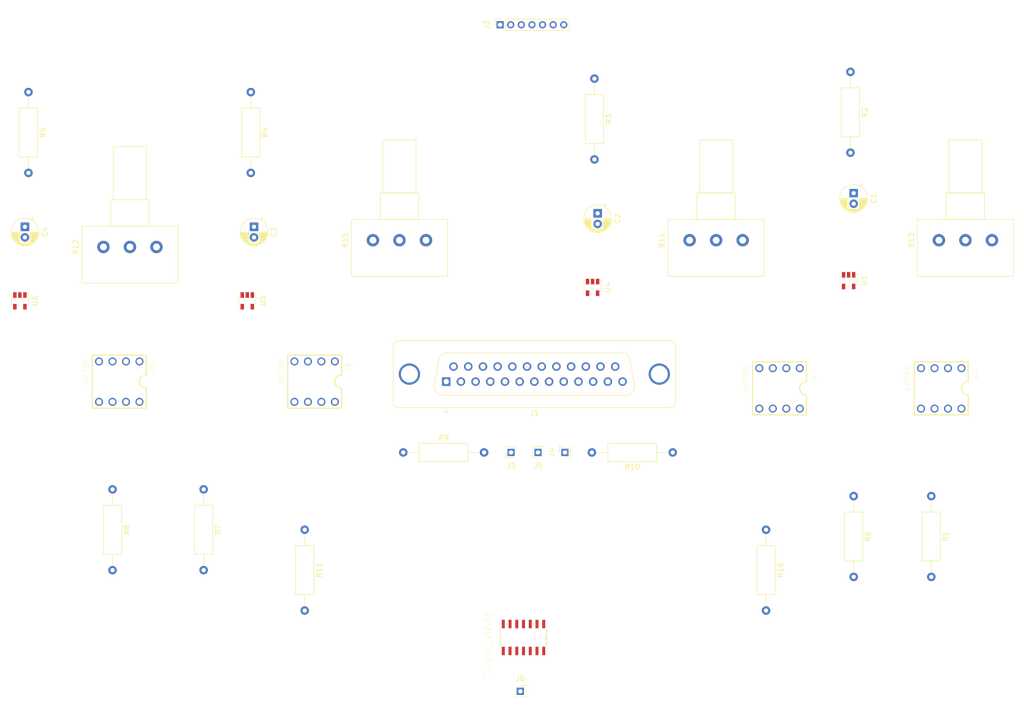
<source format=kicad_pcb>
(kicad_pcb (version 20171130) (host pcbnew "(5.0.1)-4")

  (general
    (thickness 1.6)
    (drawings 0)
    (tracks 0)
    (zones 0)
    (modules 35)
    (nets 39)
  )

  (page A4)
  (layers
    (0 F.Cu signal)
    (31 B.Cu signal)
    (32 B.Adhes user)
    (33 F.Adhes user)
    (34 B.Paste user)
    (35 F.Paste user)
    (36 B.SilkS user)
    (37 F.SilkS user)
    (38 B.Mask user)
    (39 F.Mask user)
    (40 Dwgs.User user)
    (41 Cmts.User user)
    (42 Eco1.User user)
    (43 Eco2.User user)
    (44 Edge.Cuts user)
    (45 Margin user)
    (46 B.CrtYd user)
    (47 F.CrtYd user)
    (48 B.Fab user)
    (49 F.Fab user)
  )

  (setup
    (last_trace_width 0.25)
    (trace_clearance 0.2)
    (zone_clearance 0.508)
    (zone_45_only no)
    (trace_min 0.2)
    (segment_width 0.2)
    (edge_width 0.15)
    (via_size 0.8)
    (via_drill 0.4)
    (via_min_size 0.4)
    (via_min_drill 0.3)
    (uvia_size 0.3)
    (uvia_drill 0.1)
    (uvias_allowed no)
    (uvia_min_size 0.2)
    (uvia_min_drill 0.1)
    (pcb_text_width 0.3)
    (pcb_text_size 1.5 1.5)
    (mod_edge_width 0.15)
    (mod_text_size 1 1)
    (mod_text_width 0.15)
    (pad_size 1.6 1.6)
    (pad_drill 0.8)
    (pad_to_mask_clearance 0.051)
    (solder_mask_min_width 0.25)
    (aux_axis_origin 0 0)
    (visible_elements 7FFFFFFF)
    (pcbplotparams
      (layerselection 0x010fc_ffffffff)
      (usegerberextensions false)
      (usegerberattributes false)
      (usegerberadvancedattributes false)
      (creategerberjobfile false)
      (excludeedgelayer true)
      (linewidth 0.100000)
      (plotframeref false)
      (viasonmask false)
      (mode 1)
      (useauxorigin false)
      (hpglpennumber 1)
      (hpglpenspeed 20)
      (hpglpendiameter 15.000000)
      (psnegative false)
      (psa4output false)
      (plotreference true)
      (plotvalue true)
      (plotinvisibletext false)
      (padsonsilk false)
      (subtractmaskfromsilk false)
      (outputformat 1)
      (mirror false)
      (drillshape 1)
      (scaleselection 1)
      (outputdirectory "../../../../../"))
  )

  (net 0 "")
  (net 1 "Net-(C3-Pad1)")
  (net 2 GND)
  (net 3 "Net-(C1-Pad1)")
  (net 4 "Net-(C2-Pad1)")
  (net 5 "Net-(C4-Pad1)")
  (net 6 "Net-(J1-Pad1)")
  (net 7 "Net-(J1-Pad2)")
  (net 8 "Net-(J1-Pad3)")
  (net 9 "Net-(J1-Pad4)")
  (net 10 "Net-(J1-Pad6)")
  (net 11 "Net-(J1-Pad12)")
  (net 12 "Net-(J1-Pad14)")
  (net 13 "Net-(J1-Pad15)")
  (net 14 "Net-(J1-Pad16)")
  (net 15 "Net-(J1-Pad18)")
  (net 16 "Net-(J1-Pad25)")
  (net 17 "Net-(U3-Pad10)")
  (net 18 "Net-(R11-Pad2)")
  (net 19 "Net-(R8-Pad1)")
  (net 20 "Net-(R6-Pad1)")
  (net 21 "Net-(R7-Pad1)")
  (net 22 "Net-(R1-Pad1)")
  (net 23 "Net-(R13-Pad2)")
  (net 24 "Net-(R12-Pad2)")
  (net 25 "Net-(R14-Pad2)")
  (net 26 "Net-(R15-Pad2)")
  (net 27 "Net-(R16-Pad2)")
  (net 28 "Net-(J2-Pad1)")
  (net 29 "Net-(J2-Pad2)")
  (net 30 "Net-(J2-Pad3)")
  (net 31 "Net-(J2-Pad4)")
  (net 32 "Net-(U2-Pad7)")
  (net 33 "Net-(U3-Pad4)")
  (net 34 "Net-(U3-Pad2)")
  (net 35 "Net-(U3-Pad5)")
  (net 36 "Net-(U3-Pad6)")
  (net 37 "Net-(J1-Pad13)")
  (net 38 "Net-(J6-Pad1)")

  (net_class Default "This is the default net class."
    (clearance 0.2)
    (trace_width 0.25)
    (via_dia 0.8)
    (via_drill 0.4)
    (uvia_dia 0.3)
    (uvia_drill 0.1)
    (add_net GND)
    (add_net "Net-(C1-Pad1)")
    (add_net "Net-(C2-Pad1)")
    (add_net "Net-(C3-Pad1)")
    (add_net "Net-(C4-Pad1)")
    (add_net "Net-(J1-Pad1)")
    (add_net "Net-(J1-Pad12)")
    (add_net "Net-(J1-Pad13)")
    (add_net "Net-(J1-Pad14)")
    (add_net "Net-(J1-Pad15)")
    (add_net "Net-(J1-Pad16)")
    (add_net "Net-(J1-Pad18)")
    (add_net "Net-(J1-Pad2)")
    (add_net "Net-(J1-Pad25)")
    (add_net "Net-(J1-Pad3)")
    (add_net "Net-(J1-Pad4)")
    (add_net "Net-(J1-Pad6)")
    (add_net "Net-(J2-Pad1)")
    (add_net "Net-(J2-Pad2)")
    (add_net "Net-(J2-Pad3)")
    (add_net "Net-(J2-Pad4)")
    (add_net "Net-(J6-Pad1)")
    (add_net "Net-(R1-Pad1)")
    (add_net "Net-(R11-Pad2)")
    (add_net "Net-(R12-Pad2)")
    (add_net "Net-(R13-Pad2)")
    (add_net "Net-(R14-Pad2)")
    (add_net "Net-(R15-Pad2)")
    (add_net "Net-(R16-Pad2)")
    (add_net "Net-(R6-Pad1)")
    (add_net "Net-(R7-Pad1)")
    (add_net "Net-(R8-Pad1)")
    (add_net "Net-(U2-Pad7)")
    (add_net "Net-(U3-Pad10)")
    (add_net "Net-(U3-Pad2)")
    (add_net "Net-(U3-Pad4)")
    (add_net "Net-(U3-Pad5)")
    (add_net "Net-(U3-Pad6)")
  )

  (module Resistor_THT:R_Axial_DIN0309_L9.0mm_D3.2mm_P15.24mm_Horizontal (layer F.Cu) (tedit 5AE5139B) (tstamp 5C130B77)
    (at 88.9 115.57 270)
    (descr "Resistor, Axial_DIN0309 series, Axial, Horizontal, pin pitch=15.24mm, 0.5W = 1/2W, length*diameter=9*3.2mm^2, http://cdn-reichelt.de/documents/datenblatt/B400/1_4W%23YAG.pdf")
    (tags "Resistor Axial_DIN0309 series Axial Horizontal pin pitch 15.24mm 0.5W = 1/2W length 9mm diameter 3.2mm")
    (path /5C0F53C8)
    (fp_text reference R11 (at 7.62 -2.72 270) (layer F.SilkS)
      (effects (font (size 1 1) (thickness 0.15)))
    )
    (fp_text value 1625873-3 (at 7.62 2.72 270) (layer F.Fab)
      (effects (font (size 1 1) (thickness 0.15)))
    )
    (fp_line (start 3.12 -1.6) (end 3.12 1.6) (layer F.Fab) (width 0.1))
    (fp_line (start 3.12 1.6) (end 12.12 1.6) (layer F.Fab) (width 0.1))
    (fp_line (start 12.12 1.6) (end 12.12 -1.6) (layer F.Fab) (width 0.1))
    (fp_line (start 12.12 -1.6) (end 3.12 -1.6) (layer F.Fab) (width 0.1))
    (fp_line (start 0 0) (end 3.12 0) (layer F.Fab) (width 0.1))
    (fp_line (start 15.24 0) (end 12.12 0) (layer F.Fab) (width 0.1))
    (fp_line (start 3 -1.72) (end 3 1.72) (layer F.SilkS) (width 0.12))
    (fp_line (start 3 1.72) (end 12.24 1.72) (layer F.SilkS) (width 0.12))
    (fp_line (start 12.24 1.72) (end 12.24 -1.72) (layer F.SilkS) (width 0.12))
    (fp_line (start 12.24 -1.72) (end 3 -1.72) (layer F.SilkS) (width 0.12))
    (fp_line (start 1.04 0) (end 3 0) (layer F.SilkS) (width 0.12))
    (fp_line (start 14.2 0) (end 12.24 0) (layer F.SilkS) (width 0.12))
    (fp_line (start -1.05 -1.85) (end -1.05 1.85) (layer F.CrtYd) (width 0.05))
    (fp_line (start -1.05 1.85) (end 16.29 1.85) (layer F.CrtYd) (width 0.05))
    (fp_line (start 16.29 1.85) (end 16.29 -1.85) (layer F.CrtYd) (width 0.05))
    (fp_line (start 16.29 -1.85) (end -1.05 -1.85) (layer F.CrtYd) (width 0.05))
    (fp_text user %R (at 7.62 0 270) (layer F.Fab)
      (effects (font (size 1 1) (thickness 0.15)))
    )
    (pad 1 thru_hole circle (at 0 0 270) (size 1.6 1.6) (drill 0.8) (layers *.Cu *.Mask)
      (net 2 GND))
    (pad 2 thru_hole oval (at 15.24 0 270) (size 1.6 1.6) (drill 0.8) (layers *.Cu *.Mask)
      (net 18 "Net-(R11-Pad2)"))
    (model ${KISYS3DMOD}/Resistor_THT.3dshapes/R_Axial_DIN0309_L9.0mm_D3.2mm_P15.24mm_Horizontal.wrl
      (at (xyz 0 0 0))
      (scale (xyz 1 1 1))
      (rotate (xyz 0 0 0))
    )
  )

  (module Connector_PinSocket_2.00mm:PinSocket_1x01_P2.00mm_Vertical (layer F.Cu) (tedit 5A19A430) (tstamp 5C12E2E2)
    (at 127.792454 100.990379 180)
    (descr "Through hole straight socket strip, 1x01, 2.00mm pitch, single row (from Kicad 4.0.7), script generated")
    (tags "Through hole socket strip THT 1x01 2.00mm single row")
    (path /5C1B1882)
    (fp_text reference J3 (at 0 -2.5 180) (layer F.SilkS)
      (effects (font (size 1 1) (thickness 0.15)))
    )
    (fp_text value Conn_01x01 (at 0 2.5 180) (layer F.Fab)
      (effects (font (size 1 1) (thickness 0.15)))
    )
    (fp_text user %R (at 0 0 180) (layer F.Fab)
      (effects (font (size 1 1) (thickness 0.15)))
    )
    (fp_line (start -1.5 1.5) (end -1.5 -1.5) (layer F.CrtYd) (width 0.05))
    (fp_line (start 1.5 1.5) (end -1.5 1.5) (layer F.CrtYd) (width 0.05))
    (fp_line (start 1.5 -1.5) (end 1.5 1.5) (layer F.CrtYd) (width 0.05))
    (fp_line (start -1.5 -1.5) (end 1.5 -1.5) (layer F.CrtYd) (width 0.05))
    (fp_line (start 0 -1.06) (end 1.06 -1.06) (layer F.SilkS) (width 0.12))
    (fp_line (start 1.06 -1.06) (end 1.06 0) (layer F.SilkS) (width 0.12))
    (fp_line (start 1.06 0.94) (end 1.06 1.06) (layer F.SilkS) (width 0.12))
    (fp_line (start -1.06 0.94) (end -1.06 1.06) (layer F.SilkS) (width 0.12))
    (fp_line (start -1.06 1.06) (end 1.06 1.06) (layer F.SilkS) (width 0.12))
    (fp_line (start -1 1) (end -1 -1) (layer F.Fab) (width 0.1))
    (fp_line (start 1 1) (end -1 1) (layer F.Fab) (width 0.1))
    (fp_line (start 1 -0.5) (end 1 1) (layer F.Fab) (width 0.1))
    (fp_line (start 0.5 -1) (end 1 -0.5) (layer F.Fab) (width 0.1))
    (fp_line (start -1 -1) (end 0.5 -1) (layer F.Fab) (width 0.1))
    (pad 1 thru_hole rect (at 0 0 180) (size 1.35 1.35) (drill 0.8) (layers *.Cu *.Mask)
      (net 2 GND))
    (model ${KISYS3DMOD}/Connector_PinSocket_2.00mm.3dshapes/PinSocket_1x01_P2.00mm_Vertical.wrl
      (at (xyz 0 0 0))
      (scale (xyz 1 1 1))
      (rotate (xyz 0 0 0))
    )
  )

  (module Connector_PinSocket_2.00mm:PinSocket_1x01_P2.00mm_Vertical (layer F.Cu) (tedit 5A19A430) (tstamp 5C12E2CF)
    (at 137.952454 100.990379 90)
    (descr "Through hole straight socket strip, 1x01, 2.00mm pitch, single row (from Kicad 4.0.7), script generated")
    (tags "Through hole socket strip THT 1x01 2.00mm single row")
    (path /5C174A6B)
    (fp_text reference J4 (at 0 -2.5 90) (layer F.SilkS)
      (effects (font (size 1 1) (thickness 0.15)))
    )
    (fp_text value Conn_01x01 (at 0 2.5 90) (layer F.Fab)
      (effects (font (size 1 1) (thickness 0.15)))
    )
    (fp_line (start -1 -1) (end 0.5 -1) (layer F.Fab) (width 0.1))
    (fp_line (start 0.5 -1) (end 1 -0.5) (layer F.Fab) (width 0.1))
    (fp_line (start 1 -0.5) (end 1 1) (layer F.Fab) (width 0.1))
    (fp_line (start 1 1) (end -1 1) (layer F.Fab) (width 0.1))
    (fp_line (start -1 1) (end -1 -1) (layer F.Fab) (width 0.1))
    (fp_line (start -1.06 1.06) (end 1.06 1.06) (layer F.SilkS) (width 0.12))
    (fp_line (start -1.06 0.94) (end -1.06 1.06) (layer F.SilkS) (width 0.12))
    (fp_line (start 1.06 0.94) (end 1.06 1.06) (layer F.SilkS) (width 0.12))
    (fp_line (start 1.06 -1.06) (end 1.06 0) (layer F.SilkS) (width 0.12))
    (fp_line (start 0 -1.06) (end 1.06 -1.06) (layer F.SilkS) (width 0.12))
    (fp_line (start -1.5 -1.5) (end 1.5 -1.5) (layer F.CrtYd) (width 0.05))
    (fp_line (start 1.5 -1.5) (end 1.5 1.5) (layer F.CrtYd) (width 0.05))
    (fp_line (start 1.5 1.5) (end -1.5 1.5) (layer F.CrtYd) (width 0.05))
    (fp_line (start -1.5 1.5) (end -1.5 -1.5) (layer F.CrtYd) (width 0.05))
    (fp_text user %R (at 0 0 90) (layer F.Fab)
      (effects (font (size 1 1) (thickness 0.15)))
    )
    (pad 1 thru_hole rect (at 0 0 90) (size 1.35 1.35) (drill 0.8) (layers *.Cu *.Mask)
      (net 37 "Net-(J1-Pad13)"))
    (model ${KISYS3DMOD}/Connector_PinSocket_2.00mm.3dshapes/PinSocket_1x01_P2.00mm_Vertical.wrl
      (at (xyz 0 0 0))
      (scale (xyz 1 1 1))
      (rotate (xyz 0 0 0))
    )
  )

  (module Connector_PinSocket_2.00mm:PinSocket_1x01_P2.00mm_Vertical (layer F.Cu) (tedit 5A19A430) (tstamp 5C12E2BC)
    (at 132.872454 100.990379 180)
    (descr "Through hole straight socket strip, 1x01, 2.00mm pitch, single row (from Kicad 4.0.7), script generated")
    (tags "Through hole socket strip THT 1x01 2.00mm single row")
    (path /5C272A2D)
    (fp_text reference J5 (at 0 -2.5 180) (layer F.SilkS)
      (effects (font (size 1 1) (thickness 0.15)))
    )
    (fp_text value Conn_01x01 (at 0 2.5 180) (layer F.Fab)
      (effects (font (size 1 1) (thickness 0.15)))
    )
    (fp_text user %R (at 0 0 180) (layer F.Fab)
      (effects (font (size 1 1) (thickness 0.15)))
    )
    (fp_line (start -1.5 1.5) (end -1.5 -1.5) (layer F.CrtYd) (width 0.05))
    (fp_line (start 1.5 1.5) (end -1.5 1.5) (layer F.CrtYd) (width 0.05))
    (fp_line (start 1.5 -1.5) (end 1.5 1.5) (layer F.CrtYd) (width 0.05))
    (fp_line (start -1.5 -1.5) (end 1.5 -1.5) (layer F.CrtYd) (width 0.05))
    (fp_line (start 0 -1.06) (end 1.06 -1.06) (layer F.SilkS) (width 0.12))
    (fp_line (start 1.06 -1.06) (end 1.06 0) (layer F.SilkS) (width 0.12))
    (fp_line (start 1.06 0.94) (end 1.06 1.06) (layer F.SilkS) (width 0.12))
    (fp_line (start -1.06 0.94) (end -1.06 1.06) (layer F.SilkS) (width 0.12))
    (fp_line (start -1.06 1.06) (end 1.06 1.06) (layer F.SilkS) (width 0.12))
    (fp_line (start -1 1) (end -1 -1) (layer F.Fab) (width 0.1))
    (fp_line (start 1 1) (end -1 1) (layer F.Fab) (width 0.1))
    (fp_line (start 1 -0.5) (end 1 1) (layer F.Fab) (width 0.1))
    (fp_line (start 0.5 -1) (end 1 -0.5) (layer F.Fab) (width 0.1))
    (fp_line (start -1 -1) (end 0.5 -1) (layer F.Fab) (width 0.1))
    (pad 1 thru_hole rect (at 0 0 180) (size 1.35 1.35) (drill 0.8) (layers *.Cu *.Mask)
      (net 11 "Net-(J1-Pad12)"))
    (model ${KISYS3DMOD}/Connector_PinSocket_2.00mm.3dshapes/PinSocket_1x01_P2.00mm_Vertical.wrl
      (at (xyz 0 0 0))
      (scale (xyz 1 1 1))
      (rotate (xyz 0 0 0))
    )
  )

  (module Connector_PinSocket_2.00mm:PinSocket_1x01_P2.00mm_Vertical (layer F.Cu) (tedit 5A19A430) (tstamp 5C12E2A9)
    (at 129.54 146.05)
    (descr "Through hole straight socket strip, 1x01, 2.00mm pitch, single row (from Kicad 4.0.7), script generated")
    (tags "Through hole socket strip THT 1x01 2.00mm single row")
    (path /5C1A54CC)
    (fp_text reference J6 (at 0 -2.5) (layer F.SilkS)
      (effects (font (size 1 1) (thickness 0.15)))
    )
    (fp_text value Conn_01x01 (at 0 2.5) (layer F.Fab)
      (effects (font (size 1 1) (thickness 0.15)))
    )
    (fp_line (start -1 -1) (end 0.5 -1) (layer F.Fab) (width 0.1))
    (fp_line (start 0.5 -1) (end 1 -0.5) (layer F.Fab) (width 0.1))
    (fp_line (start 1 -0.5) (end 1 1) (layer F.Fab) (width 0.1))
    (fp_line (start 1 1) (end -1 1) (layer F.Fab) (width 0.1))
    (fp_line (start -1 1) (end -1 -1) (layer F.Fab) (width 0.1))
    (fp_line (start -1.06 1.06) (end 1.06 1.06) (layer F.SilkS) (width 0.12))
    (fp_line (start -1.06 0.94) (end -1.06 1.06) (layer F.SilkS) (width 0.12))
    (fp_line (start 1.06 0.94) (end 1.06 1.06) (layer F.SilkS) (width 0.12))
    (fp_line (start 1.06 -1.06) (end 1.06 0) (layer F.SilkS) (width 0.12))
    (fp_line (start 0 -1.06) (end 1.06 -1.06) (layer F.SilkS) (width 0.12))
    (fp_line (start -1.5 -1.5) (end 1.5 -1.5) (layer F.CrtYd) (width 0.05))
    (fp_line (start 1.5 -1.5) (end 1.5 1.5) (layer F.CrtYd) (width 0.05))
    (fp_line (start 1.5 1.5) (end -1.5 1.5) (layer F.CrtYd) (width 0.05))
    (fp_line (start -1.5 1.5) (end -1.5 -1.5) (layer F.CrtYd) (width 0.05))
    (fp_text user %R (at 0 0) (layer F.Fab)
      (effects (font (size 1 1) (thickness 0.15)))
    )
    (pad 1 thru_hole rect (at 0 0) (size 1.35 1.35) (drill 0.8) (layers *.Cu *.Mask)
      (net 38 "Net-(J6-Pad1)"))
    (model ${KISYS3DMOD}/Connector_PinSocket_2.00mm.3dshapes/PinSocket_1x01_P2.00mm_Vertical.wrl
      (at (xyz 0 0 0))
      (scale (xyz 1 1 1))
      (rotate (xyz 0 0 0))
    )
  )

  (module Connector_PinSocket_2.00mm:PinSocket_1x07_P2.00mm_Vertical (layer F.Cu) (tedit 5A19A424) (tstamp 5C12E28F)
    (at 125.73 20.32 90)
    (descr "Through hole straight socket strip, 1x07, 2.00mm pitch, single row (from Kicad 4.0.7), script generated")
    (tags "Through hole socket strip THT 1x07 2.00mm single row")
    (path /5C1B3975)
    (fp_text reference J2 (at 0 -2.5 90) (layer F.SilkS)
      (effects (font (size 1 1) (thickness 0.15)))
    )
    (fp_text value Conn_01x07 (at 0 14.5 90) (layer F.Fab)
      (effects (font (size 1 1) (thickness 0.15)))
    )
    (fp_line (start -1 -1) (end 0.5 -1) (layer F.Fab) (width 0.1))
    (fp_line (start 0.5 -1) (end 1 -0.5) (layer F.Fab) (width 0.1))
    (fp_line (start 1 -0.5) (end 1 13) (layer F.Fab) (width 0.1))
    (fp_line (start 1 13) (end -1 13) (layer F.Fab) (width 0.1))
    (fp_line (start -1 13) (end -1 -1) (layer F.Fab) (width 0.1))
    (fp_line (start -1.06 1) (end 1.06 1) (layer F.SilkS) (width 0.12))
    (fp_line (start -1.06 1) (end -1.06 13.06) (layer F.SilkS) (width 0.12))
    (fp_line (start -1.06 13.06) (end 1.06 13.06) (layer F.SilkS) (width 0.12))
    (fp_line (start 1.06 1) (end 1.06 13.06) (layer F.SilkS) (width 0.12))
    (fp_line (start 1.06 -1.06) (end 1.06 0) (layer F.SilkS) (width 0.12))
    (fp_line (start 0 -1.06) (end 1.06 -1.06) (layer F.SilkS) (width 0.12))
    (fp_line (start -1.5 -1.5) (end 1.5 -1.5) (layer F.CrtYd) (width 0.05))
    (fp_line (start 1.5 -1.5) (end 1.5 13.5) (layer F.CrtYd) (width 0.05))
    (fp_line (start 1.5 13.5) (end -1.5 13.5) (layer F.CrtYd) (width 0.05))
    (fp_line (start -1.5 13.5) (end -1.5 -1.5) (layer F.CrtYd) (width 0.05))
    (fp_text user %R (at 0 6 180) (layer F.Fab)
      (effects (font (size 1 1) (thickness 0.15)))
    )
    (pad 1 thru_hole rect (at 0 0 90) (size 1.35 1.35) (drill 0.8) (layers *.Cu *.Mask)
      (net 28 "Net-(J2-Pad1)"))
    (pad 2 thru_hole oval (at 0 2 90) (size 1.35 1.35) (drill 0.8) (layers *.Cu *.Mask)
      (net 29 "Net-(J2-Pad2)"))
    (pad 3 thru_hole oval (at 0 4 90) (size 1.35 1.35) (drill 0.8) (layers *.Cu *.Mask)
      (net 30 "Net-(J2-Pad3)"))
    (pad 4 thru_hole oval (at 0 6 90) (size 1.35 1.35) (drill 0.8) (layers *.Cu *.Mask)
      (net 31 "Net-(J2-Pad4)"))
    (pad 5 thru_hole oval (at 0 8 90) (size 1.35 1.35) (drill 0.8) (layers *.Cu *.Mask)
      (net 8 "Net-(J1-Pad3)"))
    (pad 6 thru_hole oval (at 0 10 90) (size 1.35 1.35) (drill 0.8) (layers *.Cu *.Mask)
      (net 14 "Net-(J1-Pad16)"))
    (pad 7 thru_hole oval (at 0 12 90) (size 1.35 1.35) (drill 0.8) (layers *.Cu *.Mask)
      (net 9 "Net-(J1-Pad4)"))
    (model ${KISYS3DMOD}/Connector_PinSocket_2.00mm.3dshapes/PinSocket_1x07_P2.00mm_Vertical.wrl
      (at (xyz 0 0 0))
      (scale (xyz 1 1 1))
      (rotate (xyz 0 0 0))
    )
  )

  (module Capacitor_THT:CP_Radial_D5.0mm_P2.00mm (layer F.Cu) (tedit 5AE50EF0) (tstamp 5C17CE4F)
    (at 144.11337 55.88576 270)
    (descr "CP, Radial series, Radial, pin pitch=2.00mm, , diameter=5mm, Electrolytic Capacitor")
    (tags "CP Radial series Radial pin pitch 2.00mm  diameter 5mm Electrolytic Capacitor")
    (path /5C2C03D6)
    (fp_text reference C2 (at 1 -3.75 270) (layer F.SilkS)
      (effects (font (size 1 1) (thickness 0.15)))
    )
    (fp_text value GRM188R60J106ME47D (at 1 3.75 270) (layer F.Fab)
      (effects (font (size 1 1) (thickness 0.15)))
    )
    (fp_circle (center 1 0) (end 3.5 0) (layer F.Fab) (width 0.1))
    (fp_circle (center 1 0) (end 3.62 0) (layer F.SilkS) (width 0.12))
    (fp_circle (center 1 0) (end 3.75 0) (layer F.CrtYd) (width 0.05))
    (fp_line (start -1.133605 -1.0875) (end -0.633605 -1.0875) (layer F.Fab) (width 0.1))
    (fp_line (start -0.883605 -1.3375) (end -0.883605 -0.8375) (layer F.Fab) (width 0.1))
    (fp_line (start 1 1.04) (end 1 2.58) (layer F.SilkS) (width 0.12))
    (fp_line (start 1 -2.58) (end 1 -1.04) (layer F.SilkS) (width 0.12))
    (fp_line (start 1.04 1.04) (end 1.04 2.58) (layer F.SilkS) (width 0.12))
    (fp_line (start 1.04 -2.58) (end 1.04 -1.04) (layer F.SilkS) (width 0.12))
    (fp_line (start 1.08 -2.579) (end 1.08 -1.04) (layer F.SilkS) (width 0.12))
    (fp_line (start 1.08 1.04) (end 1.08 2.579) (layer F.SilkS) (width 0.12))
    (fp_line (start 1.12 -2.578) (end 1.12 -1.04) (layer F.SilkS) (width 0.12))
    (fp_line (start 1.12 1.04) (end 1.12 2.578) (layer F.SilkS) (width 0.12))
    (fp_line (start 1.16 -2.576) (end 1.16 -1.04) (layer F.SilkS) (width 0.12))
    (fp_line (start 1.16 1.04) (end 1.16 2.576) (layer F.SilkS) (width 0.12))
    (fp_line (start 1.2 -2.573) (end 1.2 -1.04) (layer F.SilkS) (width 0.12))
    (fp_line (start 1.2 1.04) (end 1.2 2.573) (layer F.SilkS) (width 0.12))
    (fp_line (start 1.24 -2.569) (end 1.24 -1.04) (layer F.SilkS) (width 0.12))
    (fp_line (start 1.24 1.04) (end 1.24 2.569) (layer F.SilkS) (width 0.12))
    (fp_line (start 1.28 -2.565) (end 1.28 -1.04) (layer F.SilkS) (width 0.12))
    (fp_line (start 1.28 1.04) (end 1.28 2.565) (layer F.SilkS) (width 0.12))
    (fp_line (start 1.32 -2.561) (end 1.32 -1.04) (layer F.SilkS) (width 0.12))
    (fp_line (start 1.32 1.04) (end 1.32 2.561) (layer F.SilkS) (width 0.12))
    (fp_line (start 1.36 -2.556) (end 1.36 -1.04) (layer F.SilkS) (width 0.12))
    (fp_line (start 1.36 1.04) (end 1.36 2.556) (layer F.SilkS) (width 0.12))
    (fp_line (start 1.4 -2.55) (end 1.4 -1.04) (layer F.SilkS) (width 0.12))
    (fp_line (start 1.4 1.04) (end 1.4 2.55) (layer F.SilkS) (width 0.12))
    (fp_line (start 1.44 -2.543) (end 1.44 -1.04) (layer F.SilkS) (width 0.12))
    (fp_line (start 1.44 1.04) (end 1.44 2.543) (layer F.SilkS) (width 0.12))
    (fp_line (start 1.48 -2.536) (end 1.48 -1.04) (layer F.SilkS) (width 0.12))
    (fp_line (start 1.48 1.04) (end 1.48 2.536) (layer F.SilkS) (width 0.12))
    (fp_line (start 1.52 -2.528) (end 1.52 -1.04) (layer F.SilkS) (width 0.12))
    (fp_line (start 1.52 1.04) (end 1.52 2.528) (layer F.SilkS) (width 0.12))
    (fp_line (start 1.56 -2.52) (end 1.56 -1.04) (layer F.SilkS) (width 0.12))
    (fp_line (start 1.56 1.04) (end 1.56 2.52) (layer F.SilkS) (width 0.12))
    (fp_line (start 1.6 -2.511) (end 1.6 -1.04) (layer F.SilkS) (width 0.12))
    (fp_line (start 1.6 1.04) (end 1.6 2.511) (layer F.SilkS) (width 0.12))
    (fp_line (start 1.64 -2.501) (end 1.64 -1.04) (layer F.SilkS) (width 0.12))
    (fp_line (start 1.64 1.04) (end 1.64 2.501) (layer F.SilkS) (width 0.12))
    (fp_line (start 1.68 -2.491) (end 1.68 -1.04) (layer F.SilkS) (width 0.12))
    (fp_line (start 1.68 1.04) (end 1.68 2.491) (layer F.SilkS) (width 0.12))
    (fp_line (start 1.721 -2.48) (end 1.721 -1.04) (layer F.SilkS) (width 0.12))
    (fp_line (start 1.721 1.04) (end 1.721 2.48) (layer F.SilkS) (width 0.12))
    (fp_line (start 1.761 -2.468) (end 1.761 -1.04) (layer F.SilkS) (width 0.12))
    (fp_line (start 1.761 1.04) (end 1.761 2.468) (layer F.SilkS) (width 0.12))
    (fp_line (start 1.801 -2.455) (end 1.801 -1.04) (layer F.SilkS) (width 0.12))
    (fp_line (start 1.801 1.04) (end 1.801 2.455) (layer F.SilkS) (width 0.12))
    (fp_line (start 1.841 -2.442) (end 1.841 -1.04) (layer F.SilkS) (width 0.12))
    (fp_line (start 1.841 1.04) (end 1.841 2.442) (layer F.SilkS) (width 0.12))
    (fp_line (start 1.881 -2.428) (end 1.881 -1.04) (layer F.SilkS) (width 0.12))
    (fp_line (start 1.881 1.04) (end 1.881 2.428) (layer F.SilkS) (width 0.12))
    (fp_line (start 1.921 -2.414) (end 1.921 -1.04) (layer F.SilkS) (width 0.12))
    (fp_line (start 1.921 1.04) (end 1.921 2.414) (layer F.SilkS) (width 0.12))
    (fp_line (start 1.961 -2.398) (end 1.961 -1.04) (layer F.SilkS) (width 0.12))
    (fp_line (start 1.961 1.04) (end 1.961 2.398) (layer F.SilkS) (width 0.12))
    (fp_line (start 2.001 -2.382) (end 2.001 -1.04) (layer F.SilkS) (width 0.12))
    (fp_line (start 2.001 1.04) (end 2.001 2.382) (layer F.SilkS) (width 0.12))
    (fp_line (start 2.041 -2.365) (end 2.041 -1.04) (layer F.SilkS) (width 0.12))
    (fp_line (start 2.041 1.04) (end 2.041 2.365) (layer F.SilkS) (width 0.12))
    (fp_line (start 2.081 -2.348) (end 2.081 -1.04) (layer F.SilkS) (width 0.12))
    (fp_line (start 2.081 1.04) (end 2.081 2.348) (layer F.SilkS) (width 0.12))
    (fp_line (start 2.121 -2.329) (end 2.121 -1.04) (layer F.SilkS) (width 0.12))
    (fp_line (start 2.121 1.04) (end 2.121 2.329) (layer F.SilkS) (width 0.12))
    (fp_line (start 2.161 -2.31) (end 2.161 -1.04) (layer F.SilkS) (width 0.12))
    (fp_line (start 2.161 1.04) (end 2.161 2.31) (layer F.SilkS) (width 0.12))
    (fp_line (start 2.201 -2.29) (end 2.201 -1.04) (layer F.SilkS) (width 0.12))
    (fp_line (start 2.201 1.04) (end 2.201 2.29) (layer F.SilkS) (width 0.12))
    (fp_line (start 2.241 -2.268) (end 2.241 -1.04) (layer F.SilkS) (width 0.12))
    (fp_line (start 2.241 1.04) (end 2.241 2.268) (layer F.SilkS) (width 0.12))
    (fp_line (start 2.281 -2.247) (end 2.281 -1.04) (layer F.SilkS) (width 0.12))
    (fp_line (start 2.281 1.04) (end 2.281 2.247) (layer F.SilkS) (width 0.12))
    (fp_line (start 2.321 -2.224) (end 2.321 -1.04) (layer F.SilkS) (width 0.12))
    (fp_line (start 2.321 1.04) (end 2.321 2.224) (layer F.SilkS) (width 0.12))
    (fp_line (start 2.361 -2.2) (end 2.361 -1.04) (layer F.SilkS) (width 0.12))
    (fp_line (start 2.361 1.04) (end 2.361 2.2) (layer F.SilkS) (width 0.12))
    (fp_line (start 2.401 -2.175) (end 2.401 -1.04) (layer F.SilkS) (width 0.12))
    (fp_line (start 2.401 1.04) (end 2.401 2.175) (layer F.SilkS) (width 0.12))
    (fp_line (start 2.441 -2.149) (end 2.441 -1.04) (layer F.SilkS) (width 0.12))
    (fp_line (start 2.441 1.04) (end 2.441 2.149) (layer F.SilkS) (width 0.12))
    (fp_line (start 2.481 -2.122) (end 2.481 -1.04) (layer F.SilkS) (width 0.12))
    (fp_line (start 2.481 1.04) (end 2.481 2.122) (layer F.SilkS) (width 0.12))
    (fp_line (start 2.521 -2.095) (end 2.521 -1.04) (layer F.SilkS) (width 0.12))
    (fp_line (start 2.521 1.04) (end 2.521 2.095) (layer F.SilkS) (width 0.12))
    (fp_line (start 2.561 -2.065) (end 2.561 -1.04) (layer F.SilkS) (width 0.12))
    (fp_line (start 2.561 1.04) (end 2.561 2.065) (layer F.SilkS) (width 0.12))
    (fp_line (start 2.601 -2.035) (end 2.601 -1.04) (layer F.SilkS) (width 0.12))
    (fp_line (start 2.601 1.04) (end 2.601 2.035) (layer F.SilkS) (width 0.12))
    (fp_line (start 2.641 -2.004) (end 2.641 -1.04) (layer F.SilkS) (width 0.12))
    (fp_line (start 2.641 1.04) (end 2.641 2.004) (layer F.SilkS) (width 0.12))
    (fp_line (start 2.681 -1.971) (end 2.681 -1.04) (layer F.SilkS) (width 0.12))
    (fp_line (start 2.681 1.04) (end 2.681 1.971) (layer F.SilkS) (width 0.12))
    (fp_line (start 2.721 -1.937) (end 2.721 -1.04) (layer F.SilkS) (width 0.12))
    (fp_line (start 2.721 1.04) (end 2.721 1.937) (layer F.SilkS) (width 0.12))
    (fp_line (start 2.761 -1.901) (end 2.761 -1.04) (layer F.SilkS) (width 0.12))
    (fp_line (start 2.761 1.04) (end 2.761 1.901) (layer F.SilkS) (width 0.12))
    (fp_line (start 2.801 -1.864) (end 2.801 -1.04) (layer F.SilkS) (width 0.12))
    (fp_line (start 2.801 1.04) (end 2.801 1.864) (layer F.SilkS) (width 0.12))
    (fp_line (start 2.841 -1.826) (end 2.841 -1.04) (layer F.SilkS) (width 0.12))
    (fp_line (start 2.841 1.04) (end 2.841 1.826) (layer F.SilkS) (width 0.12))
    (fp_line (start 2.881 -1.785) (end 2.881 -1.04) (layer F.SilkS) (width 0.12))
    (fp_line (start 2.881 1.04) (end 2.881 1.785) (layer F.SilkS) (width 0.12))
    (fp_line (start 2.921 -1.743) (end 2.921 -1.04) (layer F.SilkS) (width 0.12))
    (fp_line (start 2.921 1.04) (end 2.921 1.743) (layer F.SilkS) (width 0.12))
    (fp_line (start 2.961 -1.699) (end 2.961 -1.04) (layer F.SilkS) (width 0.12))
    (fp_line (start 2.961 1.04) (end 2.961 1.699) (layer F.SilkS) (width 0.12))
    (fp_line (start 3.001 -1.653) (end 3.001 -1.04) (layer F.SilkS) (width 0.12))
    (fp_line (start 3.001 1.04) (end 3.001 1.653) (layer F.SilkS) (width 0.12))
    (fp_line (start 3.041 -1.605) (end 3.041 1.605) (layer F.SilkS) (width 0.12))
    (fp_line (start 3.081 -1.554) (end 3.081 1.554) (layer F.SilkS) (width 0.12))
    (fp_line (start 3.121 -1.5) (end 3.121 1.5) (layer F.SilkS) (width 0.12))
    (fp_line (start 3.161 -1.443) (end 3.161 1.443) (layer F.SilkS) (width 0.12))
    (fp_line (start 3.201 -1.383) (end 3.201 1.383) (layer F.SilkS) (width 0.12))
    (fp_line (start 3.241 -1.319) (end 3.241 1.319) (layer F.SilkS) (width 0.12))
    (fp_line (start 3.281 -1.251) (end 3.281 1.251) (layer F.SilkS) (width 0.12))
    (fp_line (start 3.321 -1.178) (end 3.321 1.178) (layer F.SilkS) (width 0.12))
    (fp_line (start 3.361 -1.098) (end 3.361 1.098) (layer F.SilkS) (width 0.12))
    (fp_line (start 3.401 -1.011) (end 3.401 1.011) (layer F.SilkS) (width 0.12))
    (fp_line (start 3.441 -0.915) (end 3.441 0.915) (layer F.SilkS) (width 0.12))
    (fp_line (start 3.481 -0.805) (end 3.481 0.805) (layer F.SilkS) (width 0.12))
    (fp_line (start 3.521 -0.677) (end 3.521 0.677) (layer F.SilkS) (width 0.12))
    (fp_line (start 3.561 -0.518) (end 3.561 0.518) (layer F.SilkS) (width 0.12))
    (fp_line (start 3.601 -0.284) (end 3.601 0.284) (layer F.SilkS) (width 0.12))
    (fp_line (start -1.804775 -1.475) (end -1.304775 -1.475) (layer F.SilkS) (width 0.12))
    (fp_line (start -1.554775 -1.725) (end -1.554775 -1.225) (layer F.SilkS) (width 0.12))
    (fp_text user %R (at 1 0 270) (layer F.Fab)
      (effects (font (size 1 1) (thickness 0.15)))
    )
    (pad 1 thru_hole rect (at 0 0 270) (size 1.6 1.6) (drill 0.8) (layers *.Cu *.Mask)
      (net 4 "Net-(C2-Pad1)"))
    (pad 2 thru_hole circle (at 2 0 270) (size 1.6 1.6) (drill 0.8) (layers *.Cu *.Mask)
      (net 2 GND))
    (model ${KISYS3DMOD}/Capacitor_THT.3dshapes/CP_Radial_D5.0mm_P2.00mm.wrl
      (at (xyz 0 0 0))
      (scale (xyz 1 1 1))
      (rotate (xyz 0 0 0))
    )
  )

  (module Package_TO_SOT_SMD:SOT-23-5 (layer F.Cu) (tedit 5A02FF57) (tstamp 5C17CCEC)
    (at 35.21337 72.39576 270)
    (descr "5-pin SOT23 package")
    (tags SOT-23-5)
    (path /5C0CB73D)
    (attr smd)
    (fp_text reference U6 (at 0 -2.9 270) (layer F.SilkS)
      (effects (font (size 1 1) (thickness 0.15)))
    )
    (fp_text value MCP6001R (at 0 2.9 270) (layer F.Fab)
      (effects (font (size 1 1) (thickness 0.15)))
    )
    (fp_text user %R (at 0 0) (layer F.Fab)
      (effects (font (size 0.5 0.5) (thickness 0.075)))
    )
    (fp_line (start -0.9 1.61) (end 0.9 1.61) (layer F.SilkS) (width 0.12))
    (fp_line (start 0.9 -1.61) (end -1.55 -1.61) (layer F.SilkS) (width 0.12))
    (fp_line (start -1.9 -1.8) (end 1.9 -1.8) (layer F.CrtYd) (width 0.05))
    (fp_line (start 1.9 -1.8) (end 1.9 1.8) (layer F.CrtYd) (width 0.05))
    (fp_line (start 1.9 1.8) (end -1.9 1.8) (layer F.CrtYd) (width 0.05))
    (fp_line (start -1.9 1.8) (end -1.9 -1.8) (layer F.CrtYd) (width 0.05))
    (fp_line (start -0.9 -0.9) (end -0.25 -1.55) (layer F.Fab) (width 0.1))
    (fp_line (start 0.9 -1.55) (end -0.25 -1.55) (layer F.Fab) (width 0.1))
    (fp_line (start -0.9 -0.9) (end -0.9 1.55) (layer F.Fab) (width 0.1))
    (fp_line (start 0.9 1.55) (end -0.9 1.55) (layer F.Fab) (width 0.1))
    (fp_line (start 0.9 -1.55) (end 0.9 1.55) (layer F.Fab) (width 0.1))
    (pad 1 smd rect (at -1.1 -0.95 270) (size 1.06 0.65) (layers F.Cu F.Paste F.Mask)
      (net 13 "Net-(J1-Pad15)"))
    (pad 2 smd rect (at -1.1 0 270) (size 1.06 0.65) (layers F.Cu F.Paste F.Mask)
      (net 37 "Net-(J1-Pad13)"))
    (pad 3 smd rect (at -1.1 0.95 270) (size 1.06 0.65) (layers F.Cu F.Paste F.Mask)
      (net 5 "Net-(C4-Pad1)"))
    (pad 4 smd rect (at 1.1 0.95 270) (size 1.06 0.65) (layers F.Cu F.Paste F.Mask)
      (net 13 "Net-(J1-Pad15)"))
    (pad 5 smd rect (at 1.1 -0.95 270) (size 1.06 0.65) (layers F.Cu F.Paste F.Mask)
      (net 2 GND))
    (model ${KISYS3DMOD}/Package_TO_SOT_SMD.3dshapes/SOT-23-5.wrl
      (at (xyz 0 0 0))
      (scale (xyz 1 1 1))
      (rotate (xyz 0 0 0))
    )
  )

  (module Potentiometer_THT:Potentiometer_Alps_RK163_Single_Horizontal (layer F.Cu) (tedit 5A3D4993) (tstamp 5C17CCD7)
    (at 111.76 60.96 90)
    (descr "Potentiometer, horizontal, Alps RK163 Single, http://www.alps.com/prod/info/E/HTML/Potentiometer/RotaryPotentiometers/RK16/RK16_list.html")
    (tags "Potentiometer horizontal Alps RK163 Single")
    (path /5C0DEFB3)
    (fp_text reference R15 (at 0 -15.2 90) (layer F.SilkS)
      (effects (font (size 1 1) (thickness 0.15)))
    )
    (fp_text value RK163 (at 0 5.2 90) (layer F.Fab)
      (effects (font (size 1 1) (thickness 0.15)))
    )
    (fp_text user %R (at -1.45 -5 90) (layer F.Fab)
      (effects (font (size 1 1) (thickness 0.15)))
    )
    (fp_line (start 19.05 -14.2) (end -6.95 -14.2) (layer F.CrtYd) (width 0.05))
    (fp_line (start 19.05 4.2) (end 19.05 -14.2) (layer F.CrtYd) (width 0.05))
    (fp_line (start -6.95 4.2) (end 19.05 4.2) (layer F.CrtYd) (width 0.05))
    (fp_line (start -6.95 -14.2) (end -6.95 4.2) (layer F.CrtYd) (width 0.05))
    (fp_line (start 18.92 -8.12) (end 18.92 -1.879) (layer F.SilkS) (width 0.12))
    (fp_line (start 8.92 -8.12) (end 8.92 -1.879) (layer F.SilkS) (width 0.12))
    (fp_line (start 8.92 -1.879) (end 18.92 -1.879) (layer F.SilkS) (width 0.12))
    (fp_line (start 8.92 -8.12) (end 18.92 -8.12) (layer F.SilkS) (width 0.12))
    (fp_line (start 8.92 -8.62) (end 8.92 -1.38) (layer F.SilkS) (width 0.12))
    (fp_line (start 3.92 -8.62) (end 3.92 -1.38) (layer F.SilkS) (width 0.12))
    (fp_line (start 3.92 -1.38) (end 8.92 -1.38) (layer F.SilkS) (width 0.12))
    (fp_line (start 3.92 -8.62) (end 8.92 -8.62) (layer F.SilkS) (width 0.12))
    (fp_line (start 3.92 -14.07) (end 3.92 4.07) (layer F.SilkS) (width 0.12))
    (fp_line (start -6.82 -14.07) (end -6.82 4.07) (layer F.SilkS) (width 0.12))
    (fp_line (start -6.82 4.07) (end 3.92 4.07) (layer F.SilkS) (width 0.12))
    (fp_line (start -6.82 -14.07) (end 3.92 -14.07) (layer F.SilkS) (width 0.12))
    (fp_line (start 18.8 -8) (end 8.8 -8) (layer F.Fab) (width 0.1))
    (fp_line (start 18.8 -2) (end 18.8 -8) (layer F.Fab) (width 0.1))
    (fp_line (start 8.8 -2) (end 18.8 -2) (layer F.Fab) (width 0.1))
    (fp_line (start 8.8 -8) (end 8.8 -2) (layer F.Fab) (width 0.1))
    (fp_line (start 8.8 -8.5) (end 3.8 -8.5) (layer F.Fab) (width 0.1))
    (fp_line (start 8.8 -1.5) (end 8.8 -8.5) (layer F.Fab) (width 0.1))
    (fp_line (start 3.8 -1.5) (end 8.8 -1.5) (layer F.Fab) (width 0.1))
    (fp_line (start 3.8 -8.5) (end 3.8 -1.5) (layer F.Fab) (width 0.1))
    (fp_line (start 3.8 -13.95) (end -6.7 -13.95) (layer F.Fab) (width 0.1))
    (fp_line (start 3.8 3.95) (end 3.8 -13.95) (layer F.Fab) (width 0.1))
    (fp_line (start -6.7 3.95) (end 3.8 3.95) (layer F.Fab) (width 0.1))
    (fp_line (start -6.7 -13.95) (end -6.7 3.95) (layer F.Fab) (width 0.1))
    (pad 1 thru_hole circle (at 0 0 90) (size 2.34 2.34) (drill 1.3) (layers *.Cu *.Mask)
      (net 37 "Net-(J1-Pad13)"))
    (pad 2 thru_hole circle (at 0 -5 90) (size 2.34 2.34) (drill 1.3) (layers *.Cu *.Mask)
      (net 26 "Net-(R15-Pad2)"))
    (pad 3 thru_hole circle (at 0 -10 90) (size 2.34 2.34) (drill 1.3) (layers *.Cu *.Mask)
      (net 2 GND))
    (model ${KISYS3DMOD}/Potentiometer_THT.3dshapes/Potentiometer_Alps_RK163_Single_Horizontal.wrl
      (at (xyz 0 0 0))
      (scale (xyz 1 1 1))
      (rotate (xyz 0 0 0))
    )
  )

  (module Package_TO_SOT_SMD:SOT-23-5 (layer F.Cu) (tedit 5A02FF57) (tstamp 5C17CD2B)
    (at 143.16337 69.85576 270)
    (descr "5-pin SOT23 package")
    (tags SOT-23-5)
    (path /5C0C6FC0)
    (attr smd)
    (fp_text reference U4 (at 0 -2.9 270) (layer F.SilkS)
      (effects (font (size 1 1) (thickness 0.15)))
    )
    (fp_text value MCP6001R (at 0 2.9 270) (layer F.Fab)
      (effects (font (size 1 1) (thickness 0.15)))
    )
    (fp_line (start 0.9 -1.55) (end 0.9 1.55) (layer F.Fab) (width 0.1))
    (fp_line (start 0.9 1.55) (end -0.9 1.55) (layer F.Fab) (width 0.1))
    (fp_line (start -0.9 -0.9) (end -0.9 1.55) (layer F.Fab) (width 0.1))
    (fp_line (start 0.9 -1.55) (end -0.25 -1.55) (layer F.Fab) (width 0.1))
    (fp_line (start -0.9 -0.9) (end -0.25 -1.55) (layer F.Fab) (width 0.1))
    (fp_line (start -1.9 1.8) (end -1.9 -1.8) (layer F.CrtYd) (width 0.05))
    (fp_line (start 1.9 1.8) (end -1.9 1.8) (layer F.CrtYd) (width 0.05))
    (fp_line (start 1.9 -1.8) (end 1.9 1.8) (layer F.CrtYd) (width 0.05))
    (fp_line (start -1.9 -1.8) (end 1.9 -1.8) (layer F.CrtYd) (width 0.05))
    (fp_line (start 0.9 -1.61) (end -1.55 -1.61) (layer F.SilkS) (width 0.12))
    (fp_line (start -0.9 1.61) (end 0.9 1.61) (layer F.SilkS) (width 0.12))
    (fp_text user %R (at 0 0) (layer F.Fab)
      (effects (font (size 0.5 0.5) (thickness 0.075)))
    )
    (pad 5 smd rect (at 1.1 -0.95 270) (size 1.06 0.65) (layers F.Cu F.Paste F.Mask)
      (net 2 GND))
    (pad 4 smd rect (at 1.1 0.95 270) (size 1.06 0.65) (layers F.Cu F.Paste F.Mask)
      (net 12 "Net-(J1-Pad14)"))
    (pad 3 smd rect (at -1.1 0.95 270) (size 1.06 0.65) (layers F.Cu F.Paste F.Mask)
      (net 4 "Net-(C2-Pad1)"))
    (pad 2 smd rect (at -1.1 0 270) (size 1.06 0.65) (layers F.Cu F.Paste F.Mask)
      (net 37 "Net-(J1-Pad13)"))
    (pad 1 smd rect (at -1.1 -0.95 270) (size 1.06 0.65) (layers F.Cu F.Paste F.Mask)
      (net 12 "Net-(J1-Pad14)"))
    (model ${KISYS3DMOD}/Package_TO_SOT_SMD.3dshapes/SOT-23-5.wrl
      (at (xyz 0 0 0))
      (scale (xyz 1 1 1))
      (rotate (xyz 0 0 0))
    )
  )

  (module Package_TO_SOT_SMD:SOT-23-5 (layer F.Cu) (tedit 5A02FF57) (tstamp 5C17CD16)
    (at 78.07337 72.39576 270)
    (descr "5-pin SOT23 package")
    (tags SOT-23-5)
    (path /5C0C8AB0)
    (attr smd)
    (fp_text reference U5 (at 0 -2.9 270) (layer F.SilkS)
      (effects (font (size 1 1) (thickness 0.15)))
    )
    (fp_text value MCP6001R (at 0 2.9 270) (layer F.Fab)
      (effects (font (size 1 1) (thickness 0.15)))
    )
    (fp_text user %R (at 0 0) (layer F.Fab)
      (effects (font (size 0.5 0.5) (thickness 0.075)))
    )
    (fp_line (start -0.9 1.61) (end 0.9 1.61) (layer F.SilkS) (width 0.12))
    (fp_line (start 0.9 -1.61) (end -1.55 -1.61) (layer F.SilkS) (width 0.12))
    (fp_line (start -1.9 -1.8) (end 1.9 -1.8) (layer F.CrtYd) (width 0.05))
    (fp_line (start 1.9 -1.8) (end 1.9 1.8) (layer F.CrtYd) (width 0.05))
    (fp_line (start 1.9 1.8) (end -1.9 1.8) (layer F.CrtYd) (width 0.05))
    (fp_line (start -1.9 1.8) (end -1.9 -1.8) (layer F.CrtYd) (width 0.05))
    (fp_line (start -0.9 -0.9) (end -0.25 -1.55) (layer F.Fab) (width 0.1))
    (fp_line (start 0.9 -1.55) (end -0.25 -1.55) (layer F.Fab) (width 0.1))
    (fp_line (start -0.9 -0.9) (end -0.9 1.55) (layer F.Fab) (width 0.1))
    (fp_line (start 0.9 1.55) (end -0.9 1.55) (layer F.Fab) (width 0.1))
    (fp_line (start 0.9 -1.55) (end 0.9 1.55) (layer F.Fab) (width 0.1))
    (pad 1 smd rect (at -1.1 -0.95 270) (size 1.06 0.65) (layers F.Cu F.Paste F.Mask)
      (net 7 "Net-(J1-Pad2)"))
    (pad 2 smd rect (at -1.1 0 270) (size 1.06 0.65) (layers F.Cu F.Paste F.Mask)
      (net 37 "Net-(J1-Pad13)"))
    (pad 3 smd rect (at -1.1 0.95 270) (size 1.06 0.65) (layers F.Cu F.Paste F.Mask)
      (net 1 "Net-(C3-Pad1)"))
    (pad 4 smd rect (at 1.1 0.95 270) (size 1.06 0.65) (layers F.Cu F.Paste F.Mask)
      (net 7 "Net-(J1-Pad2)"))
    (pad 5 smd rect (at 1.1 -0.95 270) (size 1.06 0.65) (layers F.Cu F.Paste F.Mask)
      (net 2 GND))
    (model ${KISYS3DMOD}/Package_TO_SOT_SMD.3dshapes/SOT-23-5.wrl
      (at (xyz 0 0 0))
      (scale (xyz 1 1 1))
      (rotate (xyz 0 0 0))
    )
  )

  (module Package_TO_SOT_SMD:SOT-23-5 (layer F.Cu) (tedit 5A02FF57) (tstamp 5C17CD01)
    (at 191.42337 68.58576 270)
    (descr "5-pin SOT23 package")
    (tags SOT-23-5)
    (path /5C0BE00C)
    (attr smd)
    (fp_text reference U1 (at 0 -2.9 270) (layer F.SilkS)
      (effects (font (size 1 1) (thickness 0.15)))
    )
    (fp_text value MCP6001R (at 0 2.9 270) (layer F.Fab)
      (effects (font (size 1 1) (thickness 0.15)))
    )
    (fp_line (start 0.9 -1.55) (end 0.9 1.55) (layer F.Fab) (width 0.1))
    (fp_line (start 0.9 1.55) (end -0.9 1.55) (layer F.Fab) (width 0.1))
    (fp_line (start -0.9 -0.9) (end -0.9 1.55) (layer F.Fab) (width 0.1))
    (fp_line (start 0.9 -1.55) (end -0.25 -1.55) (layer F.Fab) (width 0.1))
    (fp_line (start -0.9 -0.9) (end -0.25 -1.55) (layer F.Fab) (width 0.1))
    (fp_line (start -1.9 1.8) (end -1.9 -1.8) (layer F.CrtYd) (width 0.05))
    (fp_line (start 1.9 1.8) (end -1.9 1.8) (layer F.CrtYd) (width 0.05))
    (fp_line (start 1.9 -1.8) (end 1.9 1.8) (layer F.CrtYd) (width 0.05))
    (fp_line (start -1.9 -1.8) (end 1.9 -1.8) (layer F.CrtYd) (width 0.05))
    (fp_line (start 0.9 -1.61) (end -1.55 -1.61) (layer F.SilkS) (width 0.12))
    (fp_line (start -0.9 1.61) (end 0.9 1.61) (layer F.SilkS) (width 0.12))
    (fp_text user %R (at 0 0) (layer F.Fab)
      (effects (font (size 0.5 0.5) (thickness 0.075)))
    )
    (pad 5 smd rect (at 1.1 -0.95 270) (size 1.06 0.65) (layers F.Cu F.Paste F.Mask)
      (net 2 GND))
    (pad 4 smd rect (at 1.1 0.95 270) (size 1.06 0.65) (layers F.Cu F.Paste F.Mask)
      (net 6 "Net-(J1-Pad1)"))
    (pad 3 smd rect (at -1.1 0.95 270) (size 1.06 0.65) (layers F.Cu F.Paste F.Mask)
      (net 3 "Net-(C1-Pad1)"))
    (pad 2 smd rect (at -1.1 0 270) (size 1.06 0.65) (layers F.Cu F.Paste F.Mask)
      (net 37 "Net-(J1-Pad13)"))
    (pad 1 smd rect (at -1.1 -0.95 270) (size 1.06 0.65) (layers F.Cu F.Paste F.Mask)
      (net 6 "Net-(J1-Pad1)"))
    (model ${KISYS3DMOD}/Package_TO_SOT_SMD.3dshapes/SOT-23-5.wrl
      (at (xyz 0 0 0))
      (scale (xyz 1 1 1))
      (rotate (xyz 0 0 0))
    )
  )

  (module Potentiometer_THT:Potentiometer_Alps_RK163_Single_Horizontal (layer F.Cu) (tedit 5A3D4993) (tstamp 5C17CCB3)
    (at 171.45 60.96 90)
    (descr "Potentiometer, horizontal, Alps RK163 Single, http://www.alps.com/prod/info/E/HTML/Potentiometer/RotaryPotentiometers/RK16/RK16_list.html")
    (tags "Potentiometer horizontal Alps RK163 Single")
    (path /5C1197A8)
    (fp_text reference R14 (at 0 -15.2 90) (layer F.SilkS)
      (effects (font (size 1 1) (thickness 0.15)))
    )
    (fp_text value RK163 (at 0 5.2 90) (layer F.Fab)
      (effects (font (size 1 1) (thickness 0.15)))
    )
    (fp_line (start -6.7 -13.95) (end -6.7 3.95) (layer F.Fab) (width 0.1))
    (fp_line (start -6.7 3.95) (end 3.8 3.95) (layer F.Fab) (width 0.1))
    (fp_line (start 3.8 3.95) (end 3.8 -13.95) (layer F.Fab) (width 0.1))
    (fp_line (start 3.8 -13.95) (end -6.7 -13.95) (layer F.Fab) (width 0.1))
    (fp_line (start 3.8 -8.5) (end 3.8 -1.5) (layer F.Fab) (width 0.1))
    (fp_line (start 3.8 -1.5) (end 8.8 -1.5) (layer F.Fab) (width 0.1))
    (fp_line (start 8.8 -1.5) (end 8.8 -8.5) (layer F.Fab) (width 0.1))
    (fp_line (start 8.8 -8.5) (end 3.8 -8.5) (layer F.Fab) (width 0.1))
    (fp_line (start 8.8 -8) (end 8.8 -2) (layer F.Fab) (width 0.1))
    (fp_line (start 8.8 -2) (end 18.8 -2) (layer F.Fab) (width 0.1))
    (fp_line (start 18.8 -2) (end 18.8 -8) (layer F.Fab) (width 0.1))
    (fp_line (start 18.8 -8) (end 8.8 -8) (layer F.Fab) (width 0.1))
    (fp_line (start -6.82 -14.07) (end 3.92 -14.07) (layer F.SilkS) (width 0.12))
    (fp_line (start -6.82 4.07) (end 3.92 4.07) (layer F.SilkS) (width 0.12))
    (fp_line (start -6.82 -14.07) (end -6.82 4.07) (layer F.SilkS) (width 0.12))
    (fp_line (start 3.92 -14.07) (end 3.92 4.07) (layer F.SilkS) (width 0.12))
    (fp_line (start 3.92 -8.62) (end 8.92 -8.62) (layer F.SilkS) (width 0.12))
    (fp_line (start 3.92 -1.38) (end 8.92 -1.38) (layer F.SilkS) (width 0.12))
    (fp_line (start 3.92 -8.62) (end 3.92 -1.38) (layer F.SilkS) (width 0.12))
    (fp_line (start 8.92 -8.62) (end 8.92 -1.38) (layer F.SilkS) (width 0.12))
    (fp_line (start 8.92 -8.12) (end 18.92 -8.12) (layer F.SilkS) (width 0.12))
    (fp_line (start 8.92 -1.879) (end 18.92 -1.879) (layer F.SilkS) (width 0.12))
    (fp_line (start 8.92 -8.12) (end 8.92 -1.879) (layer F.SilkS) (width 0.12))
    (fp_line (start 18.92 -8.12) (end 18.92 -1.879) (layer F.SilkS) (width 0.12))
    (fp_line (start -6.95 -14.2) (end -6.95 4.2) (layer F.CrtYd) (width 0.05))
    (fp_line (start -6.95 4.2) (end 19.05 4.2) (layer F.CrtYd) (width 0.05))
    (fp_line (start 19.05 4.2) (end 19.05 -14.2) (layer F.CrtYd) (width 0.05))
    (fp_line (start 19.05 -14.2) (end -6.95 -14.2) (layer F.CrtYd) (width 0.05))
    (fp_text user %R (at -1.45 -5 90) (layer F.Fab)
      (effects (font (size 1 1) (thickness 0.15)))
    )
    (pad 3 thru_hole circle (at 0 -10 90) (size 2.34 2.34) (drill 1.3) (layers *.Cu *.Mask)
      (net 2 GND))
    (pad 2 thru_hole circle (at 0 -5 90) (size 2.34 2.34) (drill 1.3) (layers *.Cu *.Mask)
      (net 25 "Net-(R14-Pad2)"))
    (pad 1 thru_hole circle (at 0 0 90) (size 2.34 2.34) (drill 1.3) (layers *.Cu *.Mask)
      (net 37 "Net-(J1-Pad13)"))
    (model ${KISYS3DMOD}/Potentiometer_THT.3dshapes/Potentiometer_Alps_RK163_Single_Horizontal.wrl
      (at (xyz 0 0 0))
      (scale (xyz 1 1 1))
      (rotate (xyz 0 0 0))
    )
  )

  (module Capacitor_THT:CP_Radial_D5.0mm_P2.00mm (layer F.Cu) (tedit 5AE50EF0) (tstamp 5C17CF55)
    (at 79.34337 58.42576 270)
    (descr "CP, Radial series, Radial, pin pitch=2.00mm, , diameter=5mm, Electrolytic Capacitor")
    (tags "CP Radial series Radial pin pitch 2.00mm  diameter 5mm Electrolytic Capacitor")
    (path /5C2CAFB0)
    (fp_text reference C3 (at 1 -3.75 270) (layer F.SilkS)
      (effects (font (size 1 1) (thickness 0.15)))
    )
    (fp_text value GRM188R60J106ME47D (at 1 3.75 270) (layer F.Fab)
      (effects (font (size 1 1) (thickness 0.15)))
    )
    (fp_circle (center 1 0) (end 3.5 0) (layer F.Fab) (width 0.1))
    (fp_circle (center 1 0) (end 3.62 0) (layer F.SilkS) (width 0.12))
    (fp_circle (center 1 0) (end 3.75 0) (layer F.CrtYd) (width 0.05))
    (fp_line (start -1.133605 -1.0875) (end -0.633605 -1.0875) (layer F.Fab) (width 0.1))
    (fp_line (start -0.883605 -1.3375) (end -0.883605 -0.8375) (layer F.Fab) (width 0.1))
    (fp_line (start 1 1.04) (end 1 2.58) (layer F.SilkS) (width 0.12))
    (fp_line (start 1 -2.58) (end 1 -1.04) (layer F.SilkS) (width 0.12))
    (fp_line (start 1.04 1.04) (end 1.04 2.58) (layer F.SilkS) (width 0.12))
    (fp_line (start 1.04 -2.58) (end 1.04 -1.04) (layer F.SilkS) (width 0.12))
    (fp_line (start 1.08 -2.579) (end 1.08 -1.04) (layer F.SilkS) (width 0.12))
    (fp_line (start 1.08 1.04) (end 1.08 2.579) (layer F.SilkS) (width 0.12))
    (fp_line (start 1.12 -2.578) (end 1.12 -1.04) (layer F.SilkS) (width 0.12))
    (fp_line (start 1.12 1.04) (end 1.12 2.578) (layer F.SilkS) (width 0.12))
    (fp_line (start 1.16 -2.576) (end 1.16 -1.04) (layer F.SilkS) (width 0.12))
    (fp_line (start 1.16 1.04) (end 1.16 2.576) (layer F.SilkS) (width 0.12))
    (fp_line (start 1.2 -2.573) (end 1.2 -1.04) (layer F.SilkS) (width 0.12))
    (fp_line (start 1.2 1.04) (end 1.2 2.573) (layer F.SilkS) (width 0.12))
    (fp_line (start 1.24 -2.569) (end 1.24 -1.04) (layer F.SilkS) (width 0.12))
    (fp_line (start 1.24 1.04) (end 1.24 2.569) (layer F.SilkS) (width 0.12))
    (fp_line (start 1.28 -2.565) (end 1.28 -1.04) (layer F.SilkS) (width 0.12))
    (fp_line (start 1.28 1.04) (end 1.28 2.565) (layer F.SilkS) (width 0.12))
    (fp_line (start 1.32 -2.561) (end 1.32 -1.04) (layer F.SilkS) (width 0.12))
    (fp_line (start 1.32 1.04) (end 1.32 2.561) (layer F.SilkS) (width 0.12))
    (fp_line (start 1.36 -2.556) (end 1.36 -1.04) (layer F.SilkS) (width 0.12))
    (fp_line (start 1.36 1.04) (end 1.36 2.556) (layer F.SilkS) (width 0.12))
    (fp_line (start 1.4 -2.55) (end 1.4 -1.04) (layer F.SilkS) (width 0.12))
    (fp_line (start 1.4 1.04) (end 1.4 2.55) (layer F.SilkS) (width 0.12))
    (fp_line (start 1.44 -2.543) (end 1.44 -1.04) (layer F.SilkS) (width 0.12))
    (fp_line (start 1.44 1.04) (end 1.44 2.543) (layer F.SilkS) (width 0.12))
    (fp_line (start 1.48 -2.536) (end 1.48 -1.04) (layer F.SilkS) (width 0.12))
    (fp_line (start 1.48 1.04) (end 1.48 2.536) (layer F.SilkS) (width 0.12))
    (fp_line (start 1.52 -2.528) (end 1.52 -1.04) (layer F.SilkS) (width 0.12))
    (fp_line (start 1.52 1.04) (end 1.52 2.528) (layer F.SilkS) (width 0.12))
    (fp_line (start 1.56 -2.52) (end 1.56 -1.04) (layer F.SilkS) (width 0.12))
    (fp_line (start 1.56 1.04) (end 1.56 2.52) (layer F.SilkS) (width 0.12))
    (fp_line (start 1.6 -2.511) (end 1.6 -1.04) (layer F.SilkS) (width 0.12))
    (fp_line (start 1.6 1.04) (end 1.6 2.511) (layer F.SilkS) (width 0.12))
    (fp_line (start 1.64 -2.501) (end 1.64 -1.04) (layer F.SilkS) (width 0.12))
    (fp_line (start 1.64 1.04) (end 1.64 2.501) (layer F.SilkS) (width 0.12))
    (fp_line (start 1.68 -2.491) (end 1.68 -1.04) (layer F.SilkS) (width 0.12))
    (fp_line (start 1.68 1.04) (end 1.68 2.491) (layer F.SilkS) (width 0.12))
    (fp_line (start 1.721 -2.48) (end 1.721 -1.04) (layer F.SilkS) (width 0.12))
    (fp_line (start 1.721 1.04) (end 1.721 2.48) (layer F.SilkS) (width 0.12))
    (fp_line (start 1.761 -2.468) (end 1.761 -1.04) (layer F.SilkS) (width 0.12))
    (fp_line (start 1.761 1.04) (end 1.761 2.468) (layer F.SilkS) (width 0.12))
    (fp_line (start 1.801 -2.455) (end 1.801 -1.04) (layer F.SilkS) (width 0.12))
    (fp_line (start 1.801 1.04) (end 1.801 2.455) (layer F.SilkS) (width 0.12))
    (fp_line (start 1.841 -2.442) (end 1.841 -1.04) (layer F.SilkS) (width 0.12))
    (fp_line (start 1.841 1.04) (end 1.841 2.442) (layer F.SilkS) (width 0.12))
    (fp_line (start 1.881 -2.428) (end 1.881 -1.04) (layer F.SilkS) (width 0.12))
    (fp_line (start 1.881 1.04) (end 1.881 2.428) (layer F.SilkS) (width 0.12))
    (fp_line (start 1.921 -2.414) (end 1.921 -1.04) (layer F.SilkS) (width 0.12))
    (fp_line (start 1.921 1.04) (end 1.921 2.414) (layer F.SilkS) (width 0.12))
    (fp_line (start 1.961 -2.398) (end 1.961 -1.04) (layer F.SilkS) (width 0.12))
    (fp_line (start 1.961 1.04) (end 1.961 2.398) (layer F.SilkS) (width 0.12))
    (fp_line (start 2.001 -2.382) (end 2.001 -1.04) (layer F.SilkS) (width 0.12))
    (fp_line (start 2.001 1.04) (end 2.001 2.382) (layer F.SilkS) (width 0.12))
    (fp_line (start 2.041 -2.365) (end 2.041 -1.04) (layer F.SilkS) (width 0.12))
    (fp_line (start 2.041 1.04) (end 2.041 2.365) (layer F.SilkS) (width 0.12))
    (fp_line (start 2.081 -2.348) (end 2.081 -1.04) (layer F.SilkS) (width 0.12))
    (fp_line (start 2.081 1.04) (end 2.081 2.348) (layer F.SilkS) (width 0.12))
    (fp_line (start 2.121 -2.329) (end 2.121 -1.04) (layer F.SilkS) (width 0.12))
    (fp_line (start 2.121 1.04) (end 2.121 2.329) (layer F.SilkS) (width 0.12))
    (fp_line (start 2.161 -2.31) (end 2.161 -1.04) (layer F.SilkS) (width 0.12))
    (fp_line (start 2.161 1.04) (end 2.161 2.31) (layer F.SilkS) (width 0.12))
    (fp_line (start 2.201 -2.29) (end 2.201 -1.04) (layer F.SilkS) (width 0.12))
    (fp_line (start 2.201 1.04) (end 2.201 2.29) (layer F.SilkS) (width 0.12))
    (fp_line (start 2.241 -2.268) (end 2.241 -1.04) (layer F.SilkS) (width 0.12))
    (fp_line (start 2.241 1.04) (end 2.241 2.268) (layer F.SilkS) (width 0.12))
    (fp_line (start 2.281 -2.247) (end 2.281 -1.04) (layer F.SilkS) (width 0.12))
    (fp_line (start 2.281 1.04) (end 2.281 2.247) (layer F.SilkS) (width 0.12))
    (fp_line (start 2.321 -2.224) (end 2.321 -1.04) (layer F.SilkS) (width 0.12))
    (fp_line (start 2.321 1.04) (end 2.321 2.224) (layer F.SilkS) (width 0.12))
    (fp_line (start 2.361 -2.2) (end 2.361 -1.04) (layer F.SilkS) (width 0.12))
    (fp_line (start 2.361 1.04) (end 2.361 2.2) (layer F.SilkS) (width 0.12))
    (fp_line (start 2.401 -2.175) (end 2.401 -1.04) (layer F.SilkS) (width 0.12))
    (fp_line (start 2.401 1.04) (end 2.401 2.175) (layer F.SilkS) (width 0.12))
    (fp_line (start 2.441 -2.149) (end 2.441 -1.04) (layer F.SilkS) (width 0.12))
    (fp_line (start 2.441 1.04) (end 2.441 2.149) (layer F.SilkS) (width 0.12))
    (fp_line (start 2.481 -2.122) (end 2.481 -1.04) (layer F.SilkS) (width 0.12))
    (fp_line (start 2.481 1.04) (end 2.481 2.122) (layer F.SilkS) (width 0.12))
    (fp_line (start 2.521 -2.095) (end 2.521 -1.04) (layer F.SilkS) (width 0.12))
    (fp_line (start 2.521 1.04) (end 2.521 2.095) (layer F.SilkS) (width 0.12))
    (fp_line (start 2.561 -2.065) (end 2.561 -1.04) (layer F.SilkS) (width 0.12))
    (fp_line (start 2.561 1.04) (end 2.561 2.065) (layer F.SilkS) (width 0.12))
    (fp_line (start 2.601 -2.035) (end 2.601 -1.04) (layer F.SilkS) (width 0.12))
    (fp_line (start 2.601 1.04) (end 2.601 2.035) (layer F.SilkS) (width 0.12))
    (fp_line (start 2.641 -2.004) (end 2.641 -1.04) (layer F.SilkS) (width 0.12))
    (fp_line (start 2.641 1.04) (end 2.641 2.004) (layer F.SilkS) (width 0.12))
    (fp_line (start 2.681 -1.971) (end 2.681 -1.04) (layer F.SilkS) (width 0.12))
    (fp_line (start 2.681 1.04) (end 2.681 1.971) (layer F.SilkS) (width 0.12))
    (fp_line (start 2.721 -1.937) (end 2.721 -1.04) (layer F.SilkS) (width 0.12))
    (fp_line (start 2.721 1.04) (end 2.721 1.937) (layer F.SilkS) (width 0.12))
    (fp_line (start 2.761 -1.901) (end 2.761 -1.04) (layer F.SilkS) (width 0.12))
    (fp_line (start 2.761 1.04) (end 2.761 1.901) (layer F.SilkS) (width 0.12))
    (fp_line (start 2.801 -1.864) (end 2.801 -1.04) (layer F.SilkS) (width 0.12))
    (fp_line (start 2.801 1.04) (end 2.801 1.864) (layer F.SilkS) (width 0.12))
    (fp_line (start 2.841 -1.826) (end 2.841 -1.04) (layer F.SilkS) (width 0.12))
    (fp_line (start 2.841 1.04) (end 2.841 1.826) (layer F.SilkS) (width 0.12))
    (fp_line (start 2.881 -1.785) (end 2.881 -1.04) (layer F.SilkS) (width 0.12))
    (fp_line (start 2.881 1.04) (end 2.881 1.785) (layer F.SilkS) (width 0.12))
    (fp_line (start 2.921 -1.743) (end 2.921 -1.04) (layer F.SilkS) (width 0.12))
    (fp_line (start 2.921 1.04) (end 2.921 1.743) (layer F.SilkS) (width 0.12))
    (fp_line (start 2.961 -1.699) (end 2.961 -1.04) (layer F.SilkS) (width 0.12))
    (fp_line (start 2.961 1.04) (end 2.961 1.699) (layer F.SilkS) (width 0.12))
    (fp_line (start 3.001 -1.653) (end 3.001 -1.04) (layer F.SilkS) (width 0.12))
    (fp_line (start 3.001 1.04) (end 3.001 1.653) (layer F.SilkS) (width 0.12))
    (fp_line (start 3.041 -1.605) (end 3.041 1.605) (layer F.SilkS) (width 0.12))
    (fp_line (start 3.081 -1.554) (end 3.081 1.554) (layer F.SilkS) (width 0.12))
    (fp_line (start 3.121 -1.5) (end 3.121 1.5) (layer F.SilkS) (width 0.12))
    (fp_line (start 3.161 -1.443) (end 3.161 1.443) (layer F.SilkS) (width 0.12))
    (fp_line (start 3.201 -1.383) (end 3.201 1.383) (layer F.SilkS) (width 0.12))
    (fp_line (start 3.241 -1.319) (end 3.241 1.319) (layer F.SilkS) (width 0.12))
    (fp_line (start 3.281 -1.251) (end 3.281 1.251) (layer F.SilkS) (width 0.12))
    (fp_line (start 3.321 -1.178) (end 3.321 1.178) (layer F.SilkS) (width 0.12))
    (fp_line (start 3.361 -1.098) (end 3.361 1.098) (layer F.SilkS) (width 0.12))
    (fp_line (start 3.401 -1.011) (end 3.401 1.011) (layer F.SilkS) (width 0.12))
    (fp_line (start 3.441 -0.915) (end 3.441 0.915) (layer F.SilkS) (width 0.12))
    (fp_line (start 3.481 -0.805) (end 3.481 0.805) (layer F.SilkS) (width 0.12))
    (fp_line (start 3.521 -0.677) (end 3.521 0.677) (layer F.SilkS) (width 0.12))
    (fp_line (start 3.561 -0.518) (end 3.561 0.518) (layer F.SilkS) (width 0.12))
    (fp_line (start 3.601 -0.284) (end 3.601 0.284) (layer F.SilkS) (width 0.12))
    (fp_line (start -1.804775 -1.475) (end -1.304775 -1.475) (layer F.SilkS) (width 0.12))
    (fp_line (start -1.554775 -1.725) (end -1.554775 -1.225) (layer F.SilkS) (width 0.12))
    (fp_text user %R (at 1 0 270) (layer F.Fab)
      (effects (font (size 1 1) (thickness 0.15)))
    )
    (pad 1 thru_hole rect (at 0 0 270) (size 1.6 1.6) (drill 0.8) (layers *.Cu *.Mask)
      (net 1 "Net-(C3-Pad1)"))
    (pad 2 thru_hole circle (at 2 0 270) (size 1.6 1.6) (drill 0.8) (layers *.Cu *.Mask)
      (net 2 GND))
    (model ${KISYS3DMOD}/Capacitor_THT.3dshapes/CP_Radial_D5.0mm_P2.00mm.wrl
      (at (xyz 0 0 0))
      (scale (xyz 1 1 1))
      (rotate (xyz 0 0 0))
    )
  )

  (module Capacitor_THT:CP_Radial_D5.0mm_P2.00mm (layer F.Cu) (tedit 5AE50EF0) (tstamp 5C17CED2)
    (at 36.16337 58.42576 270)
    (descr "CP, Radial series, Radial, pin pitch=2.00mm, , diameter=5mm, Electrolytic Capacitor")
    (tags "CP Radial series Radial pin pitch 2.00mm  diameter 5mm Electrolytic Capacitor")
    (path /5C2D5B85)
    (fp_text reference C4 (at 1 -3.75 270) (layer F.SilkS)
      (effects (font (size 1 1) (thickness 0.15)))
    )
    (fp_text value GRM188R60J106ME47D (at 1 3.75 270) (layer F.Fab)
      (effects (font (size 1 1) (thickness 0.15)))
    )
    (fp_text user %R (at 1 0 270) (layer F.Fab)
      (effects (font (size 1 1) (thickness 0.15)))
    )
    (fp_line (start -1.554775 -1.725) (end -1.554775 -1.225) (layer F.SilkS) (width 0.12))
    (fp_line (start -1.804775 -1.475) (end -1.304775 -1.475) (layer F.SilkS) (width 0.12))
    (fp_line (start 3.601 -0.284) (end 3.601 0.284) (layer F.SilkS) (width 0.12))
    (fp_line (start 3.561 -0.518) (end 3.561 0.518) (layer F.SilkS) (width 0.12))
    (fp_line (start 3.521 -0.677) (end 3.521 0.677) (layer F.SilkS) (width 0.12))
    (fp_line (start 3.481 -0.805) (end 3.481 0.805) (layer F.SilkS) (width 0.12))
    (fp_line (start 3.441 -0.915) (end 3.441 0.915) (layer F.SilkS) (width 0.12))
    (fp_line (start 3.401 -1.011) (end 3.401 1.011) (layer F.SilkS) (width 0.12))
    (fp_line (start 3.361 -1.098) (end 3.361 1.098) (layer F.SilkS) (width 0.12))
    (fp_line (start 3.321 -1.178) (end 3.321 1.178) (layer F.SilkS) (width 0.12))
    (fp_line (start 3.281 -1.251) (end 3.281 1.251) (layer F.SilkS) (width 0.12))
    (fp_line (start 3.241 -1.319) (end 3.241 1.319) (layer F.SilkS) (width 0.12))
    (fp_line (start 3.201 -1.383) (end 3.201 1.383) (layer F.SilkS) (width 0.12))
    (fp_line (start 3.161 -1.443) (end 3.161 1.443) (layer F.SilkS) (width 0.12))
    (fp_line (start 3.121 -1.5) (end 3.121 1.5) (layer F.SilkS) (width 0.12))
    (fp_line (start 3.081 -1.554) (end 3.081 1.554) (layer F.SilkS) (width 0.12))
    (fp_line (start 3.041 -1.605) (end 3.041 1.605) (layer F.SilkS) (width 0.12))
    (fp_line (start 3.001 1.04) (end 3.001 1.653) (layer F.SilkS) (width 0.12))
    (fp_line (start 3.001 -1.653) (end 3.001 -1.04) (layer F.SilkS) (width 0.12))
    (fp_line (start 2.961 1.04) (end 2.961 1.699) (layer F.SilkS) (width 0.12))
    (fp_line (start 2.961 -1.699) (end 2.961 -1.04) (layer F.SilkS) (width 0.12))
    (fp_line (start 2.921 1.04) (end 2.921 1.743) (layer F.SilkS) (width 0.12))
    (fp_line (start 2.921 -1.743) (end 2.921 -1.04) (layer F.SilkS) (width 0.12))
    (fp_line (start 2.881 1.04) (end 2.881 1.785) (layer F.SilkS) (width 0.12))
    (fp_line (start 2.881 -1.785) (end 2.881 -1.04) (layer F.SilkS) (width 0.12))
    (fp_line (start 2.841 1.04) (end 2.841 1.826) (layer F.SilkS) (width 0.12))
    (fp_line (start 2.841 -1.826) (end 2.841 -1.04) (layer F.SilkS) (width 0.12))
    (fp_line (start 2.801 1.04) (end 2.801 1.864) (layer F.SilkS) (width 0.12))
    (fp_line (start 2.801 -1.864) (end 2.801 -1.04) (layer F.SilkS) (width 0.12))
    (fp_line (start 2.761 1.04) (end 2.761 1.901) (layer F.SilkS) (width 0.12))
    (fp_line (start 2.761 -1.901) (end 2.761 -1.04) (layer F.SilkS) (width 0.12))
    (fp_line (start 2.721 1.04) (end 2.721 1.937) (layer F.SilkS) (width 0.12))
    (fp_line (start 2.721 -1.937) (end 2.721 -1.04) (layer F.SilkS) (width 0.12))
    (fp_line (start 2.681 1.04) (end 2.681 1.971) (layer F.SilkS) (width 0.12))
    (fp_line (start 2.681 -1.971) (end 2.681 -1.04) (layer F.SilkS) (width 0.12))
    (fp_line (start 2.641 1.04) (end 2.641 2.004) (layer F.SilkS) (width 0.12))
    (fp_line (start 2.641 -2.004) (end 2.641 -1.04) (layer F.SilkS) (width 0.12))
    (fp_line (start 2.601 1.04) (end 2.601 2.035) (layer F.SilkS) (width 0.12))
    (fp_line (start 2.601 -2.035) (end 2.601 -1.04) (layer F.SilkS) (width 0.12))
    (fp_line (start 2.561 1.04) (end 2.561 2.065) (layer F.SilkS) (width 0.12))
    (fp_line (start 2.561 -2.065) (end 2.561 -1.04) (layer F.SilkS) (width 0.12))
    (fp_line (start 2.521 1.04) (end 2.521 2.095) (layer F.SilkS) (width 0.12))
    (fp_line (start 2.521 -2.095) (end 2.521 -1.04) (layer F.SilkS) (width 0.12))
    (fp_line (start 2.481 1.04) (end 2.481 2.122) (layer F.SilkS) (width 0.12))
    (fp_line (start 2.481 -2.122) (end 2.481 -1.04) (layer F.SilkS) (width 0.12))
    (fp_line (start 2.441 1.04) (end 2.441 2.149) (layer F.SilkS) (width 0.12))
    (fp_line (start 2.441 -2.149) (end 2.441 -1.04) (layer F.SilkS) (width 0.12))
    (fp_line (start 2.401 1.04) (end 2.401 2.175) (layer F.SilkS) (width 0.12))
    (fp_line (start 2.401 -2.175) (end 2.401 -1.04) (layer F.SilkS) (width 0.12))
    (fp_line (start 2.361 1.04) (end 2.361 2.2) (layer F.SilkS) (width 0.12))
    (fp_line (start 2.361 -2.2) (end 2.361 -1.04) (layer F.SilkS) (width 0.12))
    (fp_line (start 2.321 1.04) (end 2.321 2.224) (layer F.SilkS) (width 0.12))
    (fp_line (start 2.321 -2.224) (end 2.321 -1.04) (layer F.SilkS) (width 0.12))
    (fp_line (start 2.281 1.04) (end 2.281 2.247) (layer F.SilkS) (width 0.12))
    (fp_line (start 2.281 -2.247) (end 2.281 -1.04) (layer F.SilkS) (width 0.12))
    (fp_line (start 2.241 1.04) (end 2.241 2.268) (layer F.SilkS) (width 0.12))
    (fp_line (start 2.241 -2.268) (end 2.241 -1.04) (layer F.SilkS) (width 0.12))
    (fp_line (start 2.201 1.04) (end 2.201 2.29) (layer F.SilkS) (width 0.12))
    (fp_line (start 2.201 -2.29) (end 2.201 -1.04) (layer F.SilkS) (width 0.12))
    (fp_line (start 2.161 1.04) (end 2.161 2.31) (layer F.SilkS) (width 0.12))
    (fp_line (start 2.161 -2.31) (end 2.161 -1.04) (layer F.SilkS) (width 0.12))
    (fp_line (start 2.121 1.04) (end 2.121 2.329) (layer F.SilkS) (width 0.12))
    (fp_line (start 2.121 -2.329) (end 2.121 -1.04) (layer F.SilkS) (width 0.12))
    (fp_line (start 2.081 1.04) (end 2.081 2.348) (layer F.SilkS) (width 0.12))
    (fp_line (start 2.081 -2.348) (end 2.081 -1.04) (layer F.SilkS) (width 0.12))
    (fp_line (start 2.041 1.04) (end 2.041 2.365) (layer F.SilkS) (width 0.12))
    (fp_line (start 2.041 -2.365) (end 2.041 -1.04) (layer F.SilkS) (width 0.12))
    (fp_line (start 2.001 1.04) (end 2.001 2.382) (layer F.SilkS) (width 0.12))
    (fp_line (start 2.001 -2.382) (end 2.001 -1.04) (layer F.SilkS) (width 0.12))
    (fp_line (start 1.961 1.04) (end 1.961 2.398) (layer F.SilkS) (width 0.12))
    (fp_line (start 1.961 -2.398) (end 1.961 -1.04) (layer F.SilkS) (width 0.12))
    (fp_line (start 1.921 1.04) (end 1.921 2.414) (layer F.SilkS) (width 0.12))
    (fp_line (start 1.921 -2.414) (end 1.921 -1.04) (layer F.SilkS) (width 0.12))
    (fp_line (start 1.881 1.04) (end 1.881 2.428) (layer F.SilkS) (width 0.12))
    (fp_line (start 1.881 -2.428) (end 1.881 -1.04) (layer F.SilkS) (width 0.12))
    (fp_line (start 1.841 1.04) (end 1.841 2.442) (layer F.SilkS) (width 0.12))
    (fp_line (start 1.841 -2.442) (end 1.841 -1.04) (layer F.SilkS) (width 0.12))
    (fp_line (start 1.801 1.04) (end 1.801 2.455) (layer F.SilkS) (width 0.12))
    (fp_line (start 1.801 -2.455) (end 1.801 -1.04) (layer F.SilkS) (width 0.12))
    (fp_line (start 1.761 1.04) (end 1.761 2.468) (layer F.SilkS) (width 0.12))
    (fp_line (start 1.761 -2.468) (end 1.761 -1.04) (layer F.SilkS) (width 0.12))
    (fp_line (start 1.721 1.04) (end 1.721 2.48) (layer F.SilkS) (width 0.12))
    (fp_line (start 1.721 -2.48) (end 1.721 -1.04) (layer F.SilkS) (width 0.12))
    (fp_line (start 1.68 1.04) (end 1.68 2.491) (layer F.SilkS) (width 0.12))
    (fp_line (start 1.68 -2.491) (end 1.68 -1.04) (layer F.SilkS) (width 0.12))
    (fp_line (start 1.64 1.04) (end 1.64 2.501) (layer F.SilkS) (width 0.12))
    (fp_line (start 1.64 -2.501) (end 1.64 -1.04) (layer F.SilkS) (width 0.12))
    (fp_line (start 1.6 1.04) (end 1.6 2.511) (layer F.SilkS) (width 0.12))
    (fp_line (start 1.6 -2.511) (end 1.6 -1.04) (layer F.SilkS) (width 0.12))
    (fp_line (start 1.56 1.04) (end 1.56 2.52) (layer F.SilkS) (width 0.12))
    (fp_line (start 1.56 -2.52) (end 1.56 -1.04) (layer F.SilkS) (width 0.12))
    (fp_line (start 1.52 1.04) (end 1.52 2.528) (layer F.SilkS) (width 0.12))
    (fp_line (start 1.52 -2.528) (end 1.52 -1.04) (layer F.SilkS) (width 0.12))
    (fp_line (start 1.48 1.04) (end 1.48 2.536) (layer F.SilkS) (width 0.12))
    (fp_line (start 1.48 -2.536) (end 1.48 -1.04) (layer F.SilkS) (width 0.12))
    (fp_line (start 1.44 1.04) (end 1.44 2.543) (layer F.SilkS) (width 0.12))
    (fp_line (start 1.44 -2.543) (end 1.44 -1.04) (layer F.SilkS) (width 0.12))
    (fp_line (start 1.4 1.04) (end 1.4 2.55) (layer F.SilkS) (width 0.12))
    (fp_line (start 1.4 -2.55) (end 1.4 -1.04) (layer F.SilkS) (width 0.12))
    (fp_line (start 1.36 1.04) (end 1.36 2.556) (layer F.SilkS) (width 0.12))
    (fp_line (start 1.36 -2.556) (end 1.36 -1.04) (layer F.SilkS) (width 0.12))
    (fp_line (start 1.32 1.04) (end 1.32 2.561) (layer F.SilkS) (width 0.12))
    (fp_line (start 1.32 -2.561) (end 1.32 -1.04) (layer F.SilkS) (width 0.12))
    (fp_line (start 1.28 1.04) (end 1.28 2.565) (layer F.SilkS) (width 0.12))
    (fp_line (start 1.28 -2.565) (end 1.28 -1.04) (layer F.SilkS) (width 0.12))
    (fp_line (start 1.24 1.04) (end 1.24 2.569) (layer F.SilkS) (width 0.12))
    (fp_line (start 1.24 -2.569) (end 1.24 -1.04) (layer F.SilkS) (width 0.12))
    (fp_line (start 1.2 1.04) (end 1.2 2.573) (layer F.SilkS) (width 0.12))
    (fp_line (start 1.2 -2.573) (end 1.2 -1.04) (layer F.SilkS) (width 0.12))
    (fp_line (start 1.16 1.04) (end 1.16 2.576) (layer F.SilkS) (width 0.12))
    (fp_line (start 1.16 -2.576) (end 1.16 -1.04) (layer F.SilkS) (width 0.12))
    (fp_line (start 1.12 1.04) (end 1.12 2.578) (layer F.SilkS) (width 0.12))
    (fp_line (start 1.12 -2.578) (end 1.12 -1.04) (layer F.SilkS) (width 0.12))
    (fp_line (start 1.08 1.04) (end 1.08 2.579) (layer F.SilkS) (width 0.12))
    (fp_line (start 1.08 -2.579) (end 1.08 -1.04) (layer F.SilkS) (width 0.12))
    (fp_line (start 1.04 -2.58) (end 1.04 -1.04) (layer F.SilkS) (width 0.12))
    (fp_line (start 1.04 1.04) (end 1.04 2.58) (layer F.SilkS) (width 0.12))
    (fp_line (start 1 -2.58) (end 1 -1.04) (layer F.SilkS) (width 0.12))
    (fp_line (start 1 1.04) (end 1 2.58) (layer F.SilkS) (width 0.12))
    (fp_line (start -0.883605 -1.3375) (end -0.883605 -0.8375) (layer F.Fab) (width 0.1))
    (fp_line (start -1.133605 -1.0875) (end -0.633605 -1.0875) (layer F.Fab) (width 0.1))
    (fp_circle (center 1 0) (end 3.75 0) (layer F.CrtYd) (width 0.05))
    (fp_circle (center 1 0) (end 3.62 0) (layer F.SilkS) (width 0.12))
    (fp_circle (center 1 0) (end 3.5 0) (layer F.Fab) (width 0.1))
    (pad 2 thru_hole circle (at 2 0 270) (size 1.6 1.6) (drill 0.8) (layers *.Cu *.Mask)
      (net 2 GND))
    (pad 1 thru_hole rect (at 0 0 270) (size 1.6 1.6) (drill 0.8) (layers *.Cu *.Mask)
      (net 5 "Net-(C4-Pad1)"))
    (model ${KISYS3DMOD}/Capacitor_THT.3dshapes/CP_Radial_D5.0mm_P2.00mm.wrl
      (at (xyz 0 0 0))
      (scale (xyz 1 1 1))
      (rotate (xyz 0 0 0))
    )
  )

  (module AD790:PDIP-8 (layer F.Cu) (tedit 0) (tstamp 5C17D014)
    (at 90.77337 87.63576 270)
    (path /5C0C8ADB)
    (fp_text reference U8 (at -2.54126 -6.35318 270) (layer F.SilkS)
      (effects (font (size 1.0005 1.0005) (thickness 0.05)))
    )
    (fp_text value AD790 (at -1.90658 6.35525 270) (layer F.SilkS)
      (effects (font (size 1.00083 1.00083) (thickness 0.05)))
    )
    (fp_line (start -5.0038 -5.08) (end -5.0038 5.08) (layer F.SilkS) (width 0.2032))
    (fp_line (start 5.0038 5.08) (end 5.0038 -5.08) (layer F.SilkS) (width 0.2032))
    (fp_line (start -4.953 -5.08) (end -1.27 -5.08) (layer F.SilkS) (width 0.2032))
    (fp_line (start -1.27 -5.08) (end -2.54 -5.08) (layer F.SilkS) (width 0.127))
    (fp_arc (start 0 -5.08) (end 0 -3.81) (angle 90) (layer F.SilkS) (width 0.2032))
    (fp_arc (start 0 -5.08) (end 1.27 -5.08) (angle 90) (layer F.SilkS) (width 0.2032))
    (fp_line (start 1.27 -5.08) (end 5.0038 -5.08) (layer F.SilkS) (width 0.2032))
    (fp_line (start 5.0038 5.08) (end -5.0038 5.08) (layer F.SilkS) (width 0.2032))
    (pad 1 thru_hole circle (at -3.81 -3.81 270) (size 1.508 1.508) (drill 1) (layers *.Cu *.Mask)
      (net 37 "Net-(J1-Pad13)"))
    (pad 2 thru_hole circle (at -3.81 -1.27 270) (size 1.508 1.508) (drill 1) (layers *.Cu *.Mask)
      (net 26 "Net-(R15-Pad2)"))
    (pad 3 thru_hole circle (at -3.81 1.27 270) (size 1.508 1.508) (drill 1) (layers *.Cu *.Mask)
      (net 7 "Net-(J1-Pad2)"))
    (pad 4 thru_hole circle (at -3.81 3.81 270) (size 1.508 1.508) (drill 1) (layers *.Cu *.Mask)
      (net 2 GND))
    (pad 5 thru_hole circle (at 3.81 3.81 270) (size 1.508 1.508) (drill 1) (layers *.Cu *.Mask)
      (net 21 "Net-(R7-Pad1)"))
    (pad 6 thru_hole circle (at 3.81 1.27 270) (size 1.508 1.508) (drill 1) (layers *.Cu *.Mask)
      (net 2 GND))
    (pad 7 thru_hole circle (at 3.81 -1.27 270) (size 1.508 1.508) (drill 1) (layers *.Cu *.Mask)
      (net 34 "Net-(U3-Pad2)"))
    (pad 8 thru_hole circle (at 3.81 -3.81 270) (size 1.508 1.508) (drill 1) (layers *.Cu *.Mask)
      (net 37 "Net-(J1-Pad13)"))
  )

  (module AD790:PDIP-8 (layer F.Cu) (tedit 0) (tstamp 5C17D000)
    (at 178.40337 88.90576 270)
    (path /5C0C6FEB)
    (fp_text reference U7 (at -2.54126 -6.35318 270) (layer F.SilkS)
      (effects (font (size 1.0005 1.0005) (thickness 0.05)))
    )
    (fp_text value AD790 (at -1.90658 6.35525 270) (layer F.SilkS)
      (effects (font (size 1.00083 1.00083) (thickness 0.05)))
    )
    (fp_line (start 5.0038 5.08) (end -5.0038 5.08) (layer F.SilkS) (width 0.2032))
    (fp_line (start 1.27 -5.08) (end 5.0038 -5.08) (layer F.SilkS) (width 0.2032))
    (fp_arc (start 0 -5.08) (end 1.27 -5.08) (angle 90) (layer F.SilkS) (width 0.2032))
    (fp_arc (start 0 -5.08) (end 0 -3.81) (angle 90) (layer F.SilkS) (width 0.2032))
    (fp_line (start -1.27 -5.08) (end -2.54 -5.08) (layer F.SilkS) (width 0.127))
    (fp_line (start -4.953 -5.08) (end -1.27 -5.08) (layer F.SilkS) (width 0.2032))
    (fp_line (start 5.0038 5.08) (end 5.0038 -5.08) (layer F.SilkS) (width 0.2032))
    (fp_line (start -5.0038 -5.08) (end -5.0038 5.08) (layer F.SilkS) (width 0.2032))
    (pad 8 thru_hole circle (at 3.81 -3.81 270) (size 1.508 1.508) (drill 1) (layers *.Cu *.Mask)
      (net 37 "Net-(J1-Pad13)"))
    (pad 7 thru_hole circle (at 3.81 -1.27 270) (size 1.508 1.508) (drill 1) (layers *.Cu *.Mask)
      (net 33 "Net-(U3-Pad4)"))
    (pad 6 thru_hole circle (at 3.81 1.27 270) (size 1.508 1.508) (drill 1) (layers *.Cu *.Mask)
      (net 2 GND))
    (pad 5 thru_hole circle (at 3.81 3.81 270) (size 1.508 1.508) (drill 1) (layers *.Cu *.Mask)
      (net 20 "Net-(R6-Pad1)"))
    (pad 4 thru_hole circle (at -3.81 3.81 270) (size 1.508 1.508) (drill 1) (layers *.Cu *.Mask)
      (net 2 GND))
    (pad 3 thru_hole circle (at -3.81 1.27 270) (size 1.508 1.508) (drill 1) (layers *.Cu *.Mask)
      (net 12 "Net-(J1-Pad14)"))
    (pad 2 thru_hole circle (at -3.81 -1.27 270) (size 1.508 1.508) (drill 1) (layers *.Cu *.Mask)
      (net 25 "Net-(R14-Pad2)"))
    (pad 1 thru_hole circle (at -3.81 -3.81 270) (size 1.508 1.508) (drill 1) (layers *.Cu *.Mask)
      (net 37 "Net-(J1-Pad13)"))
  )

  (module Connector_Dsub:DSUB-25_Female_Vertical_P2.77x2.84mm_MountingHoles (layer F.Cu) (tedit 59FEDEE2) (tstamp 5C17CDCC)
    (at 115.57 87.63 180)
    (descr "25-pin D-Sub connector, straight/vertical, THT-mount, female, pitch 2.77x2.84mm, distance of mounting holes 47.1mm, see https://disti-assets.s3.amazonaws.com/tonar/files/datasheets/16730.pdf")
    (tags "25-pin D-Sub connector straight vertical THT female pitch 2.77x2.84mm mounting holes distance 47.1mm")
    (path /5C48A5DE)
    (fp_text reference J1 (at -16.62 -5.89 180) (layer F.SilkS)
      (effects (font (size 1 1) (thickness 0.15)))
    )
    (fp_text value DB25_Female_MountingHoles (at -16.62 8.73 180) (layer F.Fab)
      (effects (font (size 1 1) (thickness 0.15)))
    )
    (fp_arc (start -42.17 -3.83) (end -43.17 -3.83) (angle 90) (layer F.Fab) (width 0.1))
    (fp_arc (start 8.93 -3.83) (end 8.93 -4.83) (angle 90) (layer F.Fab) (width 0.1))
    (fp_arc (start -42.17 6.67) (end -43.17 6.67) (angle -90) (layer F.Fab) (width 0.1))
    (fp_arc (start 8.93 6.67) (end 9.93 6.67) (angle 90) (layer F.Fab) (width 0.1))
    (fp_arc (start -42.17 -3.83) (end -43.23 -3.83) (angle 90) (layer F.SilkS) (width 0.12))
    (fp_arc (start 8.93 -3.83) (end 8.93 -4.89) (angle 90) (layer F.SilkS) (width 0.12))
    (fp_arc (start -42.17 6.67) (end -43.23 6.67) (angle -90) (layer F.SilkS) (width 0.12))
    (fp_arc (start 8.93 6.67) (end 9.99 6.67) (angle 90) (layer F.SilkS) (width 0.12))
    (fp_arc (start -33.863194 -0.93) (end -33.863194 -2.53) (angle -100) (layer F.Fab) (width 0.1))
    (fp_arc (start 0.623194 -0.93) (end 0.623194 -2.53) (angle 100) (layer F.Fab) (width 0.1))
    (fp_arc (start -33.034457 3.77) (end -33.034457 5.37) (angle 80) (layer F.Fab) (width 0.1))
    (fp_arc (start -0.205543 3.77) (end -0.205543 5.37) (angle -80) (layer F.Fab) (width 0.1))
    (fp_arc (start -33.851689 -0.93) (end -33.851689 -2.59) (angle -100) (layer F.SilkS) (width 0.12))
    (fp_arc (start 0.611689 -0.93) (end 0.611689 -2.59) (angle 100) (layer F.SilkS) (width 0.12))
    (fp_arc (start -33.022952 3.77) (end -33.022952 5.43) (angle 80) (layer F.SilkS) (width 0.12))
    (fp_arc (start -0.217048 3.77) (end -0.217048 5.43) (angle -80) (layer F.SilkS) (width 0.12))
    (fp_line (start -42.17 -4.83) (end 8.93 -4.83) (layer F.Fab) (width 0.1))
    (fp_line (start 9.93 -3.83) (end 9.93 6.67) (layer F.Fab) (width 0.1))
    (fp_line (start 8.93 7.67) (end -42.17 7.67) (layer F.Fab) (width 0.1))
    (fp_line (start -43.17 6.67) (end -43.17 -3.83) (layer F.Fab) (width 0.1))
    (fp_line (start -42.17 -4.89) (end 8.93 -4.89) (layer F.SilkS) (width 0.12))
    (fp_line (start 9.99 -3.83) (end 9.99 6.67) (layer F.SilkS) (width 0.12))
    (fp_line (start 8.93 7.73) (end -42.17 7.73) (layer F.SilkS) (width 0.12))
    (fp_line (start -43.23 6.67) (end -43.23 -3.83) (layer F.SilkS) (width 0.12))
    (fp_line (start -0.25 -5.784338) (end 0.25 -5.784338) (layer F.SilkS) (width 0.12))
    (fp_line (start 0.25 -5.784338) (end 0 -5.351325) (layer F.SilkS) (width 0.12))
    (fp_line (start 0 -5.351325) (end -0.25 -5.784338) (layer F.SilkS) (width 0.12))
    (fp_line (start -33.863194 -2.53) (end 0.623194 -2.53) (layer F.Fab) (width 0.1))
    (fp_line (start -33.034457 5.37) (end -0.205543 5.37) (layer F.Fab) (width 0.1))
    (fp_line (start 2.198887 -0.652163) (end 1.37015 4.047837) (layer F.Fab) (width 0.1))
    (fp_line (start -35.438887 -0.652163) (end -34.61015 4.047837) (layer F.Fab) (width 0.1))
    (fp_line (start -33.851689 -2.59) (end 0.611689 -2.59) (layer F.SilkS) (width 0.12))
    (fp_line (start -33.022952 5.43) (end -0.217048 5.43) (layer F.SilkS) (width 0.12))
    (fp_line (start 2.24647 -0.641744) (end 1.417733 4.058256) (layer F.SilkS) (width 0.12))
    (fp_line (start -35.48647 -0.641744) (end -34.657733 4.058256) (layer F.SilkS) (width 0.12))
    (fp_line (start -43.7 -5.35) (end -43.7 8.2) (layer F.CrtYd) (width 0.05))
    (fp_line (start -43.7 8.2) (end 10.45 8.2) (layer F.CrtYd) (width 0.05))
    (fp_line (start 10.45 8.2) (end 10.45 -5.35) (layer F.CrtYd) (width 0.05))
    (fp_line (start 10.45 -5.35) (end -43.7 -5.35) (layer F.CrtYd) (width 0.05))
    (fp_text user %R (at -16.62 1.42 180) (layer F.Fab)
      (effects (font (size 1 1) (thickness 0.15)))
    )
    (pad 1 thru_hole rect (at 0 0 180) (size 1.6 1.6) (drill 1) (layers *.Cu *.Mask)
      (net 6 "Net-(J1-Pad1)"))
    (pad 2 thru_hole circle (at -2.77 0 180) (size 1.6 1.6) (drill 1) (layers *.Cu *.Mask)
      (net 7 "Net-(J1-Pad2)"))
    (pad 3 thru_hole circle (at -5.54 0 180) (size 1.6 1.6) (drill 1) (layers *.Cu *.Mask)
      (net 8 "Net-(J1-Pad3)"))
    (pad 4 thru_hole circle (at -8.31 0 180) (size 1.6 1.6) (drill 1) (layers *.Cu *.Mask)
      (net 9 "Net-(J1-Pad4)"))
    (pad 5 thru_hole circle (at -11.08 0 180) (size 1.6 1.6) (drill 1) (layers *.Cu *.Mask)
      (net 2 GND))
    (pad 6 thru_hole circle (at -13.85 0 180) (size 1.6 1.6) (drill 1) (layers *.Cu *.Mask)
      (net 10 "Net-(J1-Pad6)"))
    (pad 7 thru_hole circle (at -16.62 0 180) (size 1.6 1.6) (drill 1) (layers *.Cu *.Mask)
      (net 2 GND))
    (pad 8 thru_hole circle (at -19.39 0 180) (size 1.6 1.6) (drill 1) (layers *.Cu *.Mask)
      (net 2 GND))
    (pad 9 thru_hole circle (at -22.16 0 180) (size 1.6 1.6) (drill 1) (layers *.Cu *.Mask)
      (net 2 GND))
    (pad 10 thru_hole circle (at -24.93 0 180) (size 1.6 1.6) (drill 1) (layers *.Cu *.Mask)
      (net 2 GND))
    (pad 11 thru_hole circle (at -27.7 0 180) (size 1.6 1.6) (drill 1) (layers *.Cu *.Mask)
      (net 2 GND))
    (pad 12 thru_hole circle (at -30.47 0 180) (size 1.6 1.6) (drill 1) (layers *.Cu *.Mask)
      (net 11 "Net-(J1-Pad12)"))
    (pad 13 thru_hole circle (at -33.24 0 180) (size 1.6 1.6) (drill 1) (layers *.Cu *.Mask)
      (net 37 "Net-(J1-Pad13)"))
    (pad 14 thru_hole circle (at -1.385 2.84 180) (size 1.6 1.6) (drill 1) (layers *.Cu *.Mask)
      (net 12 "Net-(J1-Pad14)"))
    (pad 15 thru_hole circle (at -4.155 2.84 180) (size 1.6 1.6) (drill 1) (layers *.Cu *.Mask)
      (net 13 "Net-(J1-Pad15)"))
    (pad 16 thru_hole circle (at -6.925 2.84 180) (size 1.6 1.6) (drill 1) (layers *.Cu *.Mask)
      (net 14 "Net-(J1-Pad16)"))
    (pad 17 thru_hole circle (at -9.695 2.84 180) (size 1.6 1.6) (drill 1) (layers *.Cu *.Mask)
      (net 2 GND))
    (pad 18 thru_hole circle (at -12.465 2.84 180) (size 1.6 1.6) (drill 1) (layers *.Cu *.Mask)
      (net 15 "Net-(J1-Pad18)"))
    (pad 19 thru_hole circle (at -15.235 2.84 180) (size 1.6 1.6) (drill 1) (layers *.Cu *.Mask)
      (net 2 GND))
    (pad 20 thru_hole circle (at -18.005 2.84 180) (size 1.6 1.6) (drill 1) (layers *.Cu *.Mask)
      (net 2 GND))
    (pad 21 thru_hole circle (at -20.775 2.84 180) (size 1.6 1.6) (drill 1) (layers *.Cu *.Mask)
      (net 2 GND))
    (pad 22 thru_hole circle (at -23.545 2.84 180) (size 1.6 1.6) (drill 1) (layers *.Cu *.Mask)
      (net 2 GND))
    (pad 23 thru_hole circle (at -26.315 2.84 180) (size 1.6 1.6) (drill 1) (layers *.Cu *.Mask)
      (net 2 GND))
    (pad 24 thru_hole circle (at -29.085 2.84 180) (size 1.6 1.6) (drill 1) (layers *.Cu *.Mask)
      (net 2 GND))
    (pad 25 thru_hole circle (at -31.855 2.84 180) (size 1.6 1.6) (drill 1) (layers *.Cu *.Mask)
      (net 16 "Net-(J1-Pad25)"))
    (pad 0 thru_hole circle (at -40.17 1.42 180) (size 4 4) (drill 3.2) (layers *.Cu *.Mask)
      (net 2 GND))
    (pad 0 thru_hole circle (at 6.93 1.42 180) (size 4 4) (drill 3.2) (layers *.Cu *.Mask)
      (net 2 GND))
    (model ${KISYS3DMOD}/Connector_Dsub.3dshapes/DSUB-25_Female_Vertical_P2.77x2.84mm_MountingHoles.wrl
      (at (xyz 0 0 0))
      (scale (xyz 1 1 1))
      (rotate (xyz 0 0 0))
    )
  )

  (module 74VHC86M:SOIC127P600X175-14N (layer F.Cu) (tedit 0) (tstamp 5C17D07E)
    (at 130.14337 135.89576 270)
    (path /5C0BEF3E)
    (attr smd)
    (fp_text reference U3 (at 0 -2.54 270) (layer F.SilkS)
      (effects (font (size 1.64052 1.64052) (thickness 0.05)))
    )
    (fp_text value 74VHC86M (at 1.7542 6.58455 270) (layer F.SilkS)
      (effects (font (size 1.64149 1.64149) (thickness 0.05)))
    )
    (fp_line (start -2.0066 -3.556) (end -2.0066 -4.064) (layer Dwgs.User) (width 0.1))
    (fp_line (start -2.0066 -4.064) (end -2.9972 -4.064) (layer Dwgs.User) (width 0.1))
    (fp_line (start -2.9972 -4.064) (end -2.9972 -3.556) (layer Dwgs.User) (width 0.1))
    (fp_line (start -2.9972 -3.556) (end -2.0066 -3.556) (layer Dwgs.User) (width 0.1))
    (fp_line (start -2.0066 -2.286) (end -2.0066 -2.794) (layer Dwgs.User) (width 0.1))
    (fp_line (start -2.0066 -2.794) (end -2.9972 -2.794) (layer Dwgs.User) (width 0.1))
    (fp_line (start -2.9972 -2.794) (end -2.9972 -2.286) (layer Dwgs.User) (width 0.1))
    (fp_line (start -2.9972 -2.286) (end -2.0066 -2.286) (layer Dwgs.User) (width 0.1))
    (fp_line (start -2.0066 -1.016) (end -2.0066 -1.524) (layer Dwgs.User) (width 0.1))
    (fp_line (start -2.0066 -1.524) (end -2.9972 -1.524) (layer Dwgs.User) (width 0.1))
    (fp_line (start -2.9972 -1.524) (end -2.9972 -1.016) (layer Dwgs.User) (width 0.1))
    (fp_line (start -2.9972 -1.016) (end -2.0066 -1.016) (layer Dwgs.User) (width 0.1))
    (fp_line (start -2.0066 0.254) (end -2.0066 -0.254) (layer Dwgs.User) (width 0.1))
    (fp_line (start -2.0066 -0.254) (end -2.9972 -0.254) (layer Dwgs.User) (width 0.1))
    (fp_line (start -2.9972 -0.254) (end -2.9972 0.254) (layer Dwgs.User) (width 0.1))
    (fp_line (start -2.9972 0.254) (end -2.0066 0.254) (layer Dwgs.User) (width 0.1))
    (fp_line (start -2.0066 1.524) (end -2.0066 1.016) (layer Dwgs.User) (width 0.1))
    (fp_line (start -2.0066 1.016) (end -2.9972 1.016) (layer Dwgs.User) (width 0.1))
    (fp_line (start -2.9972 1.016) (end -2.9972 1.524) (layer Dwgs.User) (width 0.1))
    (fp_line (start -2.9972 1.524) (end -2.0066 1.524) (layer Dwgs.User) (width 0.1))
    (fp_line (start -2.0066 2.794) (end -2.0066 2.286) (layer Dwgs.User) (width 0.1))
    (fp_line (start -2.0066 2.286) (end -2.9972 2.286) (layer Dwgs.User) (width 0.1))
    (fp_line (start -2.9972 2.286) (end -2.9972 2.794) (layer Dwgs.User) (width 0.1))
    (fp_line (start -2.9972 2.794) (end -2.0066 2.794) (layer Dwgs.User) (width 0.1))
    (fp_line (start -2.0066 4.064) (end -2.0066 3.556) (layer Dwgs.User) (width 0.1))
    (fp_line (start -2.0066 3.556) (end -2.9972 3.556) (layer Dwgs.User) (width 0.1))
    (fp_line (start -2.9972 3.556) (end -2.9972 4.064) (layer Dwgs.User) (width 0.1))
    (fp_line (start -2.9972 4.064) (end -2.0066 4.064) (layer Dwgs.User) (width 0.1))
    (fp_line (start 2.0066 3.556) (end 2.0066 4.064) (layer Dwgs.User) (width 0.1))
    (fp_line (start 2.0066 4.064) (end 2.9972 4.064) (layer Dwgs.User) (width 0.1))
    (fp_line (start 2.9972 4.064) (end 2.9972 3.556) (layer Dwgs.User) (width 0.1))
    (fp_line (start 2.9972 3.556) (end 2.0066 3.556) (layer Dwgs.User) (width 0.1))
    (fp_line (start 2.0066 2.286) (end 2.0066 2.794) (layer Dwgs.User) (width 0.1))
    (fp_line (start 2.0066 2.794) (end 2.9972 2.794) (layer Dwgs.User) (width 0.1))
    (fp_line (start 2.9972 2.794) (end 2.9972 2.286) (layer Dwgs.User) (width 0.1))
    (fp_line (start 2.9972 2.286) (end 2.0066 2.286) (layer Dwgs.User) (width 0.1))
    (fp_line (start 2.0066 1.016) (end 2.0066 1.524) (layer Dwgs.User) (width 0.1))
    (fp_line (start 2.0066 1.524) (end 2.9972 1.524) (layer Dwgs.User) (width 0.1))
    (fp_line (start 2.9972 1.524) (end 2.9972 1.016) (layer Dwgs.User) (width 0.1))
    (fp_line (start 2.9972 1.016) (end 2.0066 1.016) (layer Dwgs.User) (width 0.1))
    (fp_line (start 2.0066 -0.254) (end 2.0066 0.254) (layer Dwgs.User) (width 0.1))
    (fp_line (start 2.0066 0.254) (end 2.9972 0.254) (layer Dwgs.User) (width 0.1))
    (fp_line (start 2.9972 0.254) (end 2.9972 -0.254) (layer Dwgs.User) (width 0.1))
    (fp_line (start 2.9972 -0.254) (end 2.0066 -0.254) (layer Dwgs.User) (width 0.1))
    (fp_line (start 2.0066 -1.524) (end 2.0066 -1.016) (layer Dwgs.User) (width 0.1))
    (fp_line (start 2.0066 -1.016) (end 2.9972 -1.016) (layer Dwgs.User) (width 0.1))
    (fp_line (start 2.9972 -1.016) (end 2.9972 -1.524) (layer Dwgs.User) (width 0.1))
    (fp_line (start 2.9972 -1.524) (end 2.0066 -1.524) (layer Dwgs.User) (width 0.1))
    (fp_line (start 2.0066 -2.794) (end 2.0066 -2.286) (layer Dwgs.User) (width 0.1))
    (fp_line (start 2.0066 -2.286) (end 2.9972 -2.286) (layer Dwgs.User) (width 0.1))
    (fp_line (start 2.9972 -2.286) (end 2.9972 -2.794) (layer Dwgs.User) (width 0.1))
    (fp_line (start 2.9972 -2.794) (end 2.0066 -2.794) (layer Dwgs.User) (width 0.1))
    (fp_line (start 2.0066 -4.064) (end 2.0066 -3.556) (layer Dwgs.User) (width 0.1))
    (fp_line (start 2.0066 -3.556) (end 2.9972 -3.556) (layer Dwgs.User) (width 0.1))
    (fp_line (start 2.9972 -3.556) (end 2.9972 -4.064) (layer Dwgs.User) (width 0.1))
    (fp_line (start 2.9972 -4.064) (end 2.0066 -4.064) (layer Dwgs.User) (width 0.1))
    (fp_line (start -2.0066 4.3688) (end 2.0066 4.3688) (layer Dwgs.User) (width 0.1))
    (fp_line (start 2.0066 4.3688) (end 2.0066 -4.3688) (layer Dwgs.User) (width 0.1))
    (fp_line (start 2.0066 -4.3688) (end 0.3048 -4.3688) (layer Dwgs.User) (width 0.1))
    (fp_line (start 0.3048 -4.3688) (end -0.3048 -4.3688) (layer Dwgs.User) (width 0.1))
    (fp_line (start -0.3048 -4.3688) (end -2.0066 -4.3688) (layer Dwgs.User) (width 0.1))
    (fp_line (start -2.0066 -4.3688) (end -2.0066 4.3688) (layer Dwgs.User) (width 0.1))
    (fp_arc (start 0 -4.3688) (end -0.3048 -4.3688) (angle -180) (layer Dwgs.User) (width 0.1))
    (fp_line (start -1.5748 4.3688) (end 1.5748 4.3688) (layer F.SilkS) (width 0.1524))
    (fp_line (start 1.5748 -4.3688) (end 0.3048 -4.3688) (layer F.SilkS) (width 0.1524))
    (fp_line (start 0.3048 -4.3688) (end -0.3048 -4.3688) (layer F.SilkS) (width 0.1524))
    (fp_line (start -0.3048 -4.3688) (end -1.5748 -4.3688) (layer F.SilkS) (width 0.1524))
    (fp_arc (start 0 -4.3688) (end -0.3048 -4.3688) (angle -180) (layer F.SilkS) (width 0.1524))
    (pad 1 smd rect (at -2.54 -3.81 270) (size 1.6002 0.5588) (layers F.Cu F.Paste F.Mask)
      (net 32 "Net-(U2-Pad7)"))
    (pad 2 smd rect (at -2.54 -2.54 270) (size 1.6002 0.5588) (layers F.Cu F.Paste F.Mask)
      (net 34 "Net-(U3-Pad2)"))
    (pad 3 smd rect (at -2.54 -1.27 270) (size 1.6002 0.5588) (layers F.Cu F.Paste F.Mask)
      (net 17 "Net-(U3-Pad10)"))
    (pad 4 smd rect (at -2.54 0 270) (size 1.6002 0.5588) (layers F.Cu F.Paste F.Mask)
      (net 33 "Net-(U3-Pad4)"))
    (pad 5 smd rect (at -2.54 1.27 270) (size 1.6002 0.5588) (layers F.Cu F.Paste F.Mask)
      (net 35 "Net-(U3-Pad5)"))
    (pad 6 smd rect (at -2.54 2.54 270) (size 1.6002 0.5588) (layers F.Cu F.Paste F.Mask)
      (net 36 "Net-(U3-Pad6)"))
    (pad 7 smd rect (at -2.54 3.81 270) (size 1.6002 0.5588) (layers F.Cu F.Paste F.Mask)
      (net 2 GND))
    (pad 8 smd rect (at 2.54 3.81 270) (size 1.6002 0.5588) (layers F.Cu F.Paste F.Mask)
      (net 18 "Net-(R11-Pad2)"))
    (pad 9 smd rect (at 2.54 2.54 270) (size 1.6002 0.5588) (layers F.Cu F.Paste F.Mask)
      (net 36 "Net-(U3-Pad6)"))
    (pad 10 smd rect (at 2.54 1.27 270) (size 1.6002 0.5588) (layers F.Cu F.Paste F.Mask)
      (net 17 "Net-(U3-Pad10)"))
    (pad 11 smd rect (at 2.54 0 270) (size 1.6002 0.5588) (layers F.Cu F.Paste F.Mask)
      (net 38 "Net-(J6-Pad1)"))
    (pad 12 smd rect (at 2.54 -1.27 270) (size 1.6002 0.5588) (layers F.Cu F.Paste F.Mask)
      (net 27 "Net-(R16-Pad2)"))
    (pad 13 smd rect (at 2.54 -2.54 270) (size 1.6002 0.5588) (layers F.Cu F.Paste F.Mask)
      (net 27 "Net-(R16-Pad2)"))
    (pad 14 smd rect (at 2.54 -3.81 270) (size 1.6002 0.5588) (layers F.Cu F.Paste F.Mask)
      (net 37 "Net-(J1-Pad13)"))
  )

  (module AD790:PDIP-8 (layer F.Cu) (tedit 0) (tstamp 5C17D028)
    (at 53.94337 87.63576 270)
    (path /5C0CB768)
    (fp_text reference U9 (at -2.54126 -6.35318 270) (layer F.SilkS)
      (effects (font (size 1.0005 1.0005) (thickness 0.05)))
    )
    (fp_text value AD790 (at -1.90658 6.35525 270) (layer F.SilkS)
      (effects (font (size 1.00083 1.00083) (thickness 0.05)))
    )
    (fp_line (start 5.0038 5.08) (end -5.0038 5.08) (layer F.SilkS) (width 0.2032))
    (fp_line (start 1.27 -5.08) (end 5.0038 -5.08) (layer F.SilkS) (width 0.2032))
    (fp_arc (start 0 -5.08) (end 1.27 -5.08) (angle 90) (layer F.SilkS) (width 0.2032))
    (fp_arc (start 0 -5.08) (end 0 -3.81) (angle 90) (layer F.SilkS) (width 0.2032))
    (fp_line (start -1.27 -5.08) (end -2.54 -5.08) (layer F.SilkS) (width 0.127))
    (fp_line (start -4.953 -5.08) (end -1.27 -5.08) (layer F.SilkS) (width 0.2032))
    (fp_line (start 5.0038 5.08) (end 5.0038 -5.08) (layer F.SilkS) (width 0.2032))
    (fp_line (start -5.0038 -5.08) (end -5.0038 5.08) (layer F.SilkS) (width 0.2032))
    (pad 8 thru_hole circle (at 3.81 -3.81 270) (size 1.508 1.508) (drill 1) (layers *.Cu *.Mask)
      (net 37 "Net-(J1-Pad13)"))
    (pad 7 thru_hole circle (at 3.81 -1.27 270) (size 1.508 1.508) (drill 1) (layers *.Cu *.Mask)
      (net 35 "Net-(U3-Pad5)"))
    (pad 6 thru_hole circle (at 3.81 1.27 270) (size 1.508 1.508) (drill 1) (layers *.Cu *.Mask)
      (net 2 GND))
    (pad 5 thru_hole circle (at 3.81 3.81 270) (size 1.508 1.508) (drill 1) (layers *.Cu *.Mask)
      (net 19 "Net-(R8-Pad1)"))
    (pad 4 thru_hole circle (at -3.81 3.81 270) (size 1.508 1.508) (drill 1) (layers *.Cu *.Mask)
      (net 2 GND))
    (pad 3 thru_hole circle (at -3.81 1.27 270) (size 1.508 1.508) (drill 1) (layers *.Cu *.Mask)
      (net 13 "Net-(J1-Pad15)"))
    (pad 2 thru_hole circle (at -3.81 -1.27 270) (size 1.508 1.508) (drill 1) (layers *.Cu *.Mask)
      (net 24 "Net-(R12-Pad2)"))
    (pad 1 thru_hole circle (at -3.81 -3.81 270) (size 1.508 1.508) (drill 1) (layers *.Cu *.Mask)
      (net 37 "Net-(J1-Pad13)"))
  )

  (module AD790:PDIP-8 (layer F.Cu) (tedit 0) (tstamp 5C17CFEC)
    (at 208.88337 88.90576 270)
    (path /5C0BE5A0)
    (fp_text reference U2 (at -2.54126 -6.35318 270) (layer F.SilkS)
      (effects (font (size 1.0005 1.0005) (thickness 0.05)))
    )
    (fp_text value AD790 (at -1.90658 6.35525 270) (layer F.SilkS)
      (effects (font (size 1.00083 1.00083) (thickness 0.05)))
    )
    (fp_line (start -5.0038 -5.08) (end -5.0038 5.08) (layer F.SilkS) (width 0.2032))
    (fp_line (start 5.0038 5.08) (end 5.0038 -5.08) (layer F.SilkS) (width 0.2032))
    (fp_line (start -4.953 -5.08) (end -1.27 -5.08) (layer F.SilkS) (width 0.2032))
    (fp_line (start -1.27 -5.08) (end -2.54 -5.08) (layer F.SilkS) (width 0.127))
    (fp_arc (start 0 -5.08) (end 0 -3.81) (angle 90) (layer F.SilkS) (width 0.2032))
    (fp_arc (start 0 -5.08) (end 1.27 -5.08) (angle 90) (layer F.SilkS) (width 0.2032))
    (fp_line (start 1.27 -5.08) (end 5.0038 -5.08) (layer F.SilkS) (width 0.2032))
    (fp_line (start 5.0038 5.08) (end -5.0038 5.08) (layer F.SilkS) (width 0.2032))
    (pad 1 thru_hole circle (at -3.81 -3.81 270) (size 1.508 1.508) (drill 1) (layers *.Cu *.Mask)
      (net 37 "Net-(J1-Pad13)"))
    (pad 2 thru_hole circle (at -3.81 -1.27 270) (size 1.508 1.508) (drill 1) (layers *.Cu *.Mask)
      (net 23 "Net-(R13-Pad2)"))
    (pad 3 thru_hole circle (at -3.81 1.27 270) (size 1.508 1.508) (drill 1) (layers *.Cu *.Mask)
      (net 6 "Net-(J1-Pad1)"))
    (pad 4 thru_hole circle (at -3.81 3.81 270) (size 1.508 1.508) (drill 1) (layers *.Cu *.Mask)
      (net 2 GND))
    (pad 5 thru_hole circle (at 3.81 3.81 270) (size 1.508 1.508) (drill 1) (layers *.Cu *.Mask)
      (net 22 "Net-(R1-Pad1)"))
    (pad 6 thru_hole circle (at 3.81 1.27 270) (size 1.508 1.508) (drill 1) (layers *.Cu *.Mask)
      (net 2 GND))
    (pad 7 thru_hole circle (at 3.81 -1.27 270) (size 1.508 1.508) (drill 1) (layers *.Cu *.Mask)
      (net 32 "Net-(U2-Pad7)"))
    (pad 8 thru_hole circle (at 3.81 -3.81 270) (size 1.508 1.508) (drill 1) (layers *.Cu *.Mask)
      (net 37 "Net-(J1-Pad13)"))
  )

  (module Capacitor_THT:CP_Radial_D5.0mm_P2.00mm (layer F.Cu) (tedit 5AE50EF0) (tstamp 5C17CFD8)
    (at 192.37337 52.07576 270)
    (descr "CP, Radial series, Radial, pin pitch=2.00mm, , diameter=5mm, Electrolytic Capacitor")
    (tags "CP Radial series Radial pin pitch 2.00mm  diameter 5mm Electrolytic Capacitor")
    (path /5C0C468C)
    (fp_text reference C1 (at 1 -3.75 270) (layer F.SilkS)
      (effects (font (size 1 1) (thickness 0.15)))
    )
    (fp_text value GRM188R60J106ME47D (at 1 3.75 270) (layer F.Fab)
      (effects (font (size 1 1) (thickness 0.15)))
    )
    (fp_text user %R (at 1 0 270) (layer F.Fab)
      (effects (font (size 1 1) (thickness 0.15)))
    )
    (fp_line (start -1.554775 -1.725) (end -1.554775 -1.225) (layer F.SilkS) (width 0.12))
    (fp_line (start -1.804775 -1.475) (end -1.304775 -1.475) (layer F.SilkS) (width 0.12))
    (fp_line (start 3.601 -0.284) (end 3.601 0.284) (layer F.SilkS) (width 0.12))
    (fp_line (start 3.561 -0.518) (end 3.561 0.518) (layer F.SilkS) (width 0.12))
    (fp_line (start 3.521 -0.677) (end 3.521 0.677) (layer F.SilkS) (width 0.12))
    (fp_line (start 3.481 -0.805) (end 3.481 0.805) (layer F.SilkS) (width 0.12))
    (fp_line (start 3.441 -0.915) (end 3.441 0.915) (layer F.SilkS) (width 0.12))
    (fp_line (start 3.401 -1.011) (end 3.401 1.011) (layer F.SilkS) (width 0.12))
    (fp_line (start 3.361 -1.098) (end 3.361 1.098) (layer F.SilkS) (width 0.12))
    (fp_line (start 3.321 -1.178) (end 3.321 1.178) (layer F.SilkS) (width 0.12))
    (fp_line (start 3.281 -1.251) (end 3.281 1.251) (layer F.SilkS) (width 0.12))
    (fp_line (start 3.241 -1.319) (end 3.241 1.319) (layer F.SilkS) (width 0.12))
    (fp_line (start 3.201 -1.383) (end 3.201 1.383) (layer F.SilkS) (width 0.12))
    (fp_line (start 3.161 -1.443) (end 3.161 1.443) (layer F.SilkS) (width 0.12))
    (fp_line (start 3.121 -1.5) (end 3.121 1.5) (layer F.SilkS) (width 0.12))
    (fp_line (start 3.081 -1.554) (end 3.081 1.554) (layer F.SilkS) (width 0.12))
    (fp_line (start 3.041 -1.605) (end 3.041 1.605) (layer F.SilkS) (width 0.12))
    (fp_line (start 3.001 1.04) (end 3.001 1.653) (layer F.SilkS) (width 0.12))
    (fp_line (start 3.001 -1.653) (end 3.001 -1.04) (layer F.SilkS) (width 0.12))
    (fp_line (start 2.961 1.04) (end 2.961 1.699) (layer F.SilkS) (width 0.12))
    (fp_line (start 2.961 -1.699) (end 2.961 -1.04) (layer F.SilkS) (width 0.12))
    (fp_line (start 2.921 1.04) (end 2.921 1.743) (layer F.SilkS) (width 0.12))
    (fp_line (start 2.921 -1.743) (end 2.921 -1.04) (layer F.SilkS) (width 0.12))
    (fp_line (start 2.881 1.04) (end 2.881 1.785) (layer F.SilkS) (width 0.12))
    (fp_line (start 2.881 -1.785) (end 2.881 -1.04) (layer F.SilkS) (width 0.12))
    (fp_line (start 2.841 1.04) (end 2.841 1.826) (layer F.SilkS) (width 0.12))
    (fp_line (start 2.841 -1.826) (end 2.841 -1.04) (layer F.SilkS) (width 0.12))
    (fp_line (start 2.801 1.04) (end 2.801 1.864) (layer F.SilkS) (width 0.12))
    (fp_line (start 2.801 -1.864) (end 2.801 -1.04) (layer F.SilkS) (width 0.12))
    (fp_line (start 2.761 1.04) (end 2.761 1.901) (layer F.SilkS) (width 0.12))
    (fp_line (start 2.761 -1.901) (end 2.761 -1.04) (layer F.SilkS) (width 0.12))
    (fp_line (start 2.721 1.04) (end 2.721 1.937) (layer F.SilkS) (width 0.12))
    (fp_line (start 2.721 -1.937) (end 2.721 -1.04) (layer F.SilkS) (width 0.12))
    (fp_line (start 2.681 1.04) (end 2.681 1.971) (layer F.SilkS) (width 0.12))
    (fp_line (start 2.681 -1.971) (end 2.681 -1.04) (layer F.SilkS) (width 0.12))
    (fp_line (start 2.641 1.04) (end 2.641 2.004) (layer F.SilkS) (width 0.12))
    (fp_line (start 2.641 -2.004) (end 2.641 -1.04) (layer F.SilkS) (width 0.12))
    (fp_line (start 2.601 1.04) (end 2.601 2.035) (layer F.SilkS) (width 0.12))
    (fp_line (start 2.601 -2.035) (end 2.601 -1.04) (layer F.SilkS) (width 0.12))
    (fp_line (start 2.561 1.04) (end 2.561 2.065) (layer F.SilkS) (width 0.12))
    (fp_line (start 2.561 -2.065) (end 2.561 -1.04) (layer F.SilkS) (width 0.12))
    (fp_line (start 2.521 1.04) (end 2.521 2.095) (layer F.SilkS) (width 0.12))
    (fp_line (start 2.521 -2.095) (end 2.521 -1.04) (layer F.SilkS) (width 0.12))
    (fp_line (start 2.481 1.04) (end 2.481 2.122) (layer F.SilkS) (width 0.12))
    (fp_line (start 2.481 -2.122) (end 2.481 -1.04) (layer F.SilkS) (width 0.12))
    (fp_line (start 2.441 1.04) (end 2.441 2.149) (layer F.SilkS) (width 0.12))
    (fp_line (start 2.441 -2.149) (end 2.441 -1.04) (layer F.SilkS) (width 0.12))
    (fp_line (start 2.401 1.04) (end 2.401 2.175) (layer F.SilkS) (width 0.12))
    (fp_line (start 2.401 -2.175) (end 2.401 -1.04) (layer F.SilkS) (width 0.12))
    (fp_line (start 2.361 1.04) (end 2.361 2.2) (layer F.SilkS) (width 0.12))
    (fp_line (start 2.361 -2.2) (end 2.361 -1.04) (layer F.SilkS) (width 0.12))
    (fp_line (start 2.321 1.04) (end 2.321 2.224) (layer F.SilkS) (width 0.12))
    (fp_line (start 2.321 -2.224) (end 2.321 -1.04) (layer F.SilkS) (width 0.12))
    (fp_line (start 2.281 1.04) (end 2.281 2.247) (layer F.SilkS) (width 0.12))
    (fp_line (start 2.281 -2.247) (end 2.281 -1.04) (layer F.SilkS) (width 0.12))
    (fp_line (start 2.241 1.04) (end 2.241 2.268) (layer F.SilkS) (width 0.12))
    (fp_line (start 2.241 -2.268) (end 2.241 -1.04) (layer F.SilkS) (width 0.12))
    (fp_line (start 2.201 1.04) (end 2.201 2.29) (layer F.SilkS) (width 0.12))
    (fp_line (start 2.201 -2.29) (end 2.201 -1.04) (layer F.SilkS) (width 0.12))
    (fp_line (start 2.161 1.04) (end 2.161 2.31) (layer F.SilkS) (width 0.12))
    (fp_line (start 2.161 -2.31) (end 2.161 -1.04) (layer F.SilkS) (width 0.12))
    (fp_line (start 2.121 1.04) (end 2.121 2.329) (layer F.SilkS) (width 0.12))
    (fp_line (start 2.121 -2.329) (end 2.121 -1.04) (layer F.SilkS) (width 0.12))
    (fp_line (start 2.081 1.04) (end 2.081 2.348) (layer F.SilkS) (width 0.12))
    (fp_line (start 2.081 -2.348) (end 2.081 -1.04) (layer F.SilkS) (width 0.12))
    (fp_line (start 2.041 1.04) (end 2.041 2.365) (layer F.SilkS) (width 0.12))
    (fp_line (start 2.041 -2.365) (end 2.041 -1.04) (layer F.SilkS) (width 0.12))
    (fp_line (start 2.001 1.04) (end 2.001 2.382) (layer F.SilkS) (width 0.12))
    (fp_line (start 2.001 -2.382) (end 2.001 -1.04) (layer F.SilkS) (width 0.12))
    (fp_line (start 1.961 1.04) (end 1.961 2.398) (layer F.SilkS) (width 0.12))
    (fp_line (start 1.961 -2.398) (end 1.961 -1.04) (layer F.SilkS) (width 0.12))
    (fp_line (start 1.921 1.04) (end 1.921 2.414) (layer F.SilkS) (width 0.12))
    (fp_line (start 1.921 -2.414) (end 1.921 -1.04) (layer F.SilkS) (width 0.12))
    (fp_line (start 1.881 1.04) (end 1.881 2.428) (layer F.SilkS) (width 0.12))
    (fp_line (start 1.881 -2.428) (end 1.881 -1.04) (layer F.SilkS) (width 0.12))
    (fp_line (start 1.841 1.04) (end 1.841 2.442) (layer F.SilkS) (width 0.12))
    (fp_line (start 1.841 -2.442) (end 1.841 -1.04) (layer F.SilkS) (width 0.12))
    (fp_line (start 1.801 1.04) (end 1.801 2.455) (layer F.SilkS) (width 0.12))
    (fp_line (start 1.801 -2.455) (end 1.801 -1.04) (layer F.SilkS) (width 0.12))
    (fp_line (start 1.761 1.04) (end 1.761 2.468) (layer F.SilkS) (width 0.12))
    (fp_line (start 1.761 -2.468) (end 1.761 -1.04) (layer F.SilkS) (width 0.12))
    (fp_line (start 1.721 1.04) (end 1.721 2.48) (layer F.SilkS) (width 0.12))
    (fp_line (start 1.721 -2.48) (end 1.721 -1.04) (layer F.SilkS) (width 0.12))
    (fp_line (start 1.68 1.04) (end 1.68 2.491) (layer F.SilkS) (width 0.12))
    (fp_line (start 1.68 -2.491) (end 1.68 -1.04) (layer F.SilkS) (width 0.12))
    (fp_line (start 1.64 1.04) (end 1.64 2.501) (layer F.SilkS) (width 0.12))
    (fp_line (start 1.64 -2.501) (end 1.64 -1.04) (layer F.SilkS) (width 0.12))
    (fp_line (start 1.6 1.04) (end 1.6 2.511) (layer F.SilkS) (width 0.12))
    (fp_line (start 1.6 -2.511) (end 1.6 -1.04) (layer F.SilkS) (width 0.12))
    (fp_line (start 1.56 1.04) (end 1.56 2.52) (layer F.SilkS) (width 0.12))
    (fp_line (start 1.56 -2.52) (end 1.56 -1.04) (layer F.SilkS) (width 0.12))
    (fp_line (start 1.52 1.04) (end 1.52 2.528) (layer F.SilkS) (width 0.12))
    (fp_line (start 1.52 -2.528) (end 1.52 -1.04) (layer F.SilkS) (width 0.12))
    (fp_line (start 1.48 1.04) (end 1.48 2.536) (layer F.SilkS) (width 0.12))
    (fp_line (start 1.48 -2.536) (end 1.48 -1.04) (layer F.SilkS) (width 0.12))
    (fp_line (start 1.44 1.04) (end 1.44 2.543) (layer F.SilkS) (width 0.12))
    (fp_line (start 1.44 -2.543) (end 1.44 -1.04) (layer F.SilkS) (width 0.12))
    (fp_line (start 1.4 1.04) (end 1.4 2.55) (layer F.SilkS) (width 0.12))
    (fp_line (start 1.4 -2.55) (end 1.4 -1.04) (layer F.SilkS) (width 0.12))
    (fp_line (start 1.36 1.04) (end 1.36 2.556) (layer F.SilkS) (width 0.12))
    (fp_line (start 1.36 -2.556) (end 1.36 -1.04) (layer F.SilkS) (width 0.12))
    (fp_line (start 1.32 1.04) (end 1.32 2.561) (layer F.SilkS) (width 0.12))
    (fp_line (start 1.32 -2.561) (end 1.32 -1.04) (layer F.SilkS) (width 0.12))
    (fp_line (start 1.28 1.04) (end 1.28 2.565) (layer F.SilkS) (width 0.12))
    (fp_line (start 1.28 -2.565) (end 1.28 -1.04) (layer F.SilkS) (width 0.12))
    (fp_line (start 1.24 1.04) (end 1.24 2.569) (layer F.SilkS) (width 0.12))
    (fp_line (start 1.24 -2.569) (end 1.24 -1.04) (layer F.SilkS) (width 0.12))
    (fp_line (start 1.2 1.04) (end 1.2 2.573) (layer F.SilkS) (width 0.12))
    (fp_line (start 1.2 -2.573) (end 1.2 -1.04) (layer F.SilkS) (width 0.12))
    (fp_line (start 1.16 1.04) (end 1.16 2.576) (layer F.SilkS) (width 0.12))
    (fp_line (start 1.16 -2.576) (end 1.16 -1.04) (layer F.SilkS) (width 0.12))
    (fp_line (start 1.12 1.04) (end 1.12 2.578) (layer F.SilkS) (width 0.12))
    (fp_line (start 1.12 -2.578) (end 1.12 -1.04) (layer F.SilkS) (width 0.12))
    (fp_line (start 1.08 1.04) (end 1.08 2.579) (layer F.SilkS) (width 0.12))
    (fp_line (start 1.08 -2.579) (end 1.08 -1.04) (layer F.SilkS) (width 0.12))
    (fp_line (start 1.04 -2.58) (end 1.04 -1.04) (layer F.SilkS) (width 0.12))
    (fp_line (start 1.04 1.04) (end 1.04 2.58) (layer F.SilkS) (width 0.12))
    (fp_line (start 1 -2.58) (end 1 -1.04) (layer F.SilkS) (width 0.12))
    (fp_line (start 1 1.04) (end 1 2.58) (layer F.SilkS) (width 0.12))
    (fp_line (start -0.883605 -1.3375) (end -0.883605 -0.8375) (layer F.Fab) (width 0.1))
    (fp_line (start -1.133605 -1.0875) (end -0.633605 -1.0875) (layer F.Fab) (width 0.1))
    (fp_circle (center 1 0) (end 3.75 0) (layer F.CrtYd) (width 0.05))
    (fp_circle (center 1 0) (end 3.62 0) (layer F.SilkS) (width 0.12))
    (fp_circle (center 1 0) (end 3.5 0) (layer F.Fab) (width 0.1))
    (pad 2 thru_hole circle (at 2 0 270) (size 1.6 1.6) (drill 0.8) (layers *.Cu *.Mask)
      (net 2 GND))
    (pad 1 thru_hole rect (at 0 0 270) (size 1.6 1.6) (drill 0.8) (layers *.Cu *.Mask)
      (net 3 "Net-(C1-Pad1)"))
    (model ${KISYS3DMOD}/Capacitor_THT.3dshapes/CP_Radial_D5.0mm_P2.00mm.wrl
      (at (xyz 0 0 0))
      (scale (xyz 1 1 1))
      (rotate (xyz 0 0 0))
    )
  )

  (module Resistor_THT:R_Axial_DIN0309_L9.0mm_D3.2mm_P15.24mm_Horizontal (layer F.Cu) (tedit 5AE5139B) (tstamp 5C17CB78)
    (at 107.472454 100.990379)
    (descr "Resistor, Axial_DIN0309 series, Axial, Horizontal, pin pitch=15.24mm, 0.5W = 1/2W, length*diameter=9*3.2mm^2, http://cdn-reichelt.de/documents/datenblatt/B400/1_4W%23YAG.pdf")
    (tags "Resistor Axial_DIN0309 series Axial Horizontal pin pitch 15.24mm 0.5W = 1/2W length 9mm diameter 3.2mm")
    (path /5C1C5B7B)
    (fp_text reference R9 (at 7.62 -2.72) (layer F.SilkS)
      (effects (font (size 1 1) (thickness 0.15)))
    )
    (fp_text value 1625873-3 (at 7.62 2.72) (layer F.Fab)
      (effects (font (size 1 1) (thickness 0.15)))
    )
    (fp_text user %R (at 7.62 0) (layer F.Fab)
      (effects (font (size 1 1) (thickness 0.15)))
    )
    (fp_line (start 16.29 -1.85) (end -1.05 -1.85) (layer F.CrtYd) (width 0.05))
    (fp_line (start 16.29 1.85) (end 16.29 -1.85) (layer F.CrtYd) (width 0.05))
    (fp_line (start -1.05 1.85) (end 16.29 1.85) (layer F.CrtYd) (width 0.05))
    (fp_line (start -1.05 -1.85) (end -1.05 1.85) (layer F.CrtYd) (width 0.05))
    (fp_line (start 14.2 0) (end 12.24 0) (layer F.SilkS) (width 0.12))
    (fp_line (start 1.04 0) (end 3 0) (layer F.SilkS) (width 0.12))
    (fp_line (start 12.24 -1.72) (end 3 -1.72) (layer F.SilkS) (width 0.12))
    (fp_line (start 12.24 1.72) (end 12.24 -1.72) (layer F.SilkS) (width 0.12))
    (fp_line (start 3 1.72) (end 12.24 1.72) (layer F.SilkS) (width 0.12))
    (fp_line (start 3 -1.72) (end 3 1.72) (layer F.SilkS) (width 0.12))
    (fp_line (start 15.24 0) (end 12.12 0) (layer F.Fab) (width 0.1))
    (fp_line (start 0 0) (end 3.12 0) (layer F.Fab) (width 0.1))
    (fp_line (start 12.12 -1.6) (end 3.12 -1.6) (layer F.Fab) (width 0.1))
    (fp_line (start 12.12 1.6) (end 12.12 -1.6) (layer F.Fab) (width 0.1))
    (fp_line (start 3.12 1.6) (end 12.12 1.6) (layer F.Fab) (width 0.1))
    (fp_line (start 3.12 -1.6) (end 3.12 1.6) (layer F.Fab) (width 0.1))
    (pad 2 thru_hole oval (at 15.24 0) (size 1.6 1.6) (drill 0.8) (layers *.Cu *.Mask)
      (net 15 "Net-(J1-Pad18)"))
    (pad 1 thru_hole circle (at 0 0) (size 1.6 1.6) (drill 0.8) (layers *.Cu *.Mask)
      (net 2 GND))
    (model ${KISYS3DMOD}/Resistor_THT.3dshapes/R_Axial_DIN0309_L9.0mm_D3.2mm_P15.24mm_Horizontal.wrl
      (at (xyz 0 0 0))
      (scale (xyz 1 1 1))
      (rotate (xyz 0 0 0))
    )
  )

  (module Resistor_THT:R_Axial_DIN0309_L9.0mm_D3.2mm_P15.24mm_Horizontal (layer F.Cu) (tedit 5AE5139B) (tstamp 5C17CB8F)
    (at 52.67337 107.95576 270)
    (descr "Resistor, Axial_DIN0309 series, Axial, Horizontal, pin pitch=15.24mm, 0.5W = 1/2W, length*diameter=9*3.2mm^2, http://cdn-reichelt.de/documents/datenblatt/B400/1_4W%23YAG.pdf")
    (tags "Resistor Axial_DIN0309 series Axial Horizontal pin pitch 15.24mm 0.5W = 1/2W length 9mm diameter 3.2mm")
    (path /5C0CB753)
    (fp_text reference R8 (at 7.62 -2.72 270) (layer F.SilkS)
      (effects (font (size 1 1) (thickness 0.15)))
    )
    (fp_text value 1625873-3 (at 7.62 2.72 270) (layer F.Fab)
      (effects (font (size 1 1) (thickness 0.15)))
    )
    (fp_line (start 3.12 -1.6) (end 3.12 1.6) (layer F.Fab) (width 0.1))
    (fp_line (start 3.12 1.6) (end 12.12 1.6) (layer F.Fab) (width 0.1))
    (fp_line (start 12.12 1.6) (end 12.12 -1.6) (layer F.Fab) (width 0.1))
    (fp_line (start 12.12 -1.6) (end 3.12 -1.6) (layer F.Fab) (width 0.1))
    (fp_line (start 0 0) (end 3.12 0) (layer F.Fab) (width 0.1))
    (fp_line (start 15.24 0) (end 12.12 0) (layer F.Fab) (width 0.1))
    (fp_line (start 3 -1.72) (end 3 1.72) (layer F.SilkS) (width 0.12))
    (fp_line (start 3 1.72) (end 12.24 1.72) (layer F.SilkS) (width 0.12))
    (fp_line (start 12.24 1.72) (end 12.24 -1.72) (layer F.SilkS) (width 0.12))
    (fp_line (start 12.24 -1.72) (end 3 -1.72) (layer F.SilkS) (width 0.12))
    (fp_line (start 1.04 0) (end 3 0) (layer F.SilkS) (width 0.12))
    (fp_line (start 14.2 0) (end 12.24 0) (layer F.SilkS) (width 0.12))
    (fp_line (start -1.05 -1.85) (end -1.05 1.85) (layer F.CrtYd) (width 0.05))
    (fp_line (start -1.05 1.85) (end 16.29 1.85) (layer F.CrtYd) (width 0.05))
    (fp_line (start 16.29 1.85) (end 16.29 -1.85) (layer F.CrtYd) (width 0.05))
    (fp_line (start 16.29 -1.85) (end -1.05 -1.85) (layer F.CrtYd) (width 0.05))
    (fp_text user %R (at 7.62 -2.54 270) (layer F.Fab)
      (effects (font (size 1 1) (thickness 0.15)))
    )
    (pad 1 thru_hole circle (at 0 0 270) (size 1.6 1.6) (drill 0.8) (layers *.Cu *.Mask)
      (net 19 "Net-(R8-Pad1)"))
    (pad 2 thru_hole oval (at 15.24 0 270) (size 1.6 1.6) (drill 0.8) (layers *.Cu *.Mask)
      (net 2 GND))
    (model ${KISYS3DMOD}/Resistor_THT.3dshapes/R_Axial_DIN0309_L9.0mm_D3.2mm_P15.24mm_Horizontal.wrl
      (at (xyz 0 0 0))
      (scale (xyz 1 1 1))
      (rotate (xyz 0 0 0))
    )
  )

  (module Resistor_THT:R_Axial_DIN0309_L9.0mm_D3.2mm_P15.24mm_Horizontal (layer F.Cu) (tedit 5AE5139B) (tstamp 5C17CB61)
    (at 69.85 107.95 270)
    (descr "Resistor, Axial_DIN0309 series, Axial, Horizontal, pin pitch=15.24mm, 0.5W = 1/2W, length*diameter=9*3.2mm^2, http://cdn-reichelt.de/documents/datenblatt/B400/1_4W%23YAG.pdf")
    (tags "Resistor Axial_DIN0309 series Axial Horizontal pin pitch 15.24mm 0.5W = 1/2W length 9mm diameter 3.2mm")
    (path /5C0C8AC6)
    (fp_text reference R7 (at 7.62 -2.72 270) (layer F.SilkS)
      (effects (font (size 1 1) (thickness 0.15)))
    )
    (fp_text value 1625873-3 (at 7.62 2.72 270) (layer F.Fab)
      (effects (font (size 1 1) (thickness 0.15)))
    )
    (fp_line (start 3.12 -1.6) (end 3.12 1.6) (layer F.Fab) (width 0.1))
    (fp_line (start 3.12 1.6) (end 12.12 1.6) (layer F.Fab) (width 0.1))
    (fp_line (start 12.12 1.6) (end 12.12 -1.6) (layer F.Fab) (width 0.1))
    (fp_line (start 12.12 -1.6) (end 3.12 -1.6) (layer F.Fab) (width 0.1))
    (fp_line (start 0 0) (end 3.12 0) (layer F.Fab) (width 0.1))
    (fp_line (start 15.24 0) (end 12.12 0) (layer F.Fab) (width 0.1))
    (fp_line (start 3 -1.72) (end 3 1.72) (layer F.SilkS) (width 0.12))
    (fp_line (start 3 1.72) (end 12.24 1.72) (layer F.SilkS) (width 0.12))
    (fp_line (start 12.24 1.72) (end 12.24 -1.72) (layer F.SilkS) (width 0.12))
    (fp_line (start 12.24 -1.72) (end 3 -1.72) (layer F.SilkS) (width 0.12))
    (fp_line (start 1.04 0) (end 3 0) (layer F.SilkS) (width 0.12))
    (fp_line (start 14.2 0) (end 12.24 0) (layer F.SilkS) (width 0.12))
    (fp_line (start -1.05 -1.85) (end -1.05 1.85) (layer F.CrtYd) (width 0.05))
    (fp_line (start -1.05 1.85) (end 16.29 1.85) (layer F.CrtYd) (width 0.05))
    (fp_line (start 16.29 1.85) (end 16.29 -1.85) (layer F.CrtYd) (width 0.05))
    (fp_line (start 16.29 -1.85) (end -1.05 -1.85) (layer F.CrtYd) (width 0.05))
    (fp_text user %R (at 7.62 0 270) (layer F.Fab)
      (effects (font (size 1 1) (thickness 0.15)))
    )
    (pad 1 thru_hole circle (at 0 0 270) (size 1.6 1.6) (drill 0.8) (layers *.Cu *.Mask)
      (net 21 "Net-(R7-Pad1)"))
    (pad 2 thru_hole oval (at 15.24 0 270) (size 1.6 1.6) (drill 0.8) (layers *.Cu *.Mask)
      (net 2 GND))
    (model ${KISYS3DMOD}/Resistor_THT.3dshapes/R_Axial_DIN0309_L9.0mm_D3.2mm_P15.24mm_Horizontal.wrl
      (at (xyz 0 0 0))
      (scale (xyz 1 1 1))
      (rotate (xyz 0 0 0))
    )
  )

  (module Resistor_THT:R_Axial_DIN0309_L9.0mm_D3.2mm_P15.24mm_Horizontal (layer F.Cu) (tedit 5AE5139B) (tstamp 5C17CBA6)
    (at 192.37337 109.22576 270)
    (descr "Resistor, Axial_DIN0309 series, Axial, Horizontal, pin pitch=15.24mm, 0.5W = 1/2W, length*diameter=9*3.2mm^2, http://cdn-reichelt.de/documents/datenblatt/B400/1_4W%23YAG.pdf")
    (tags "Resistor Axial_DIN0309 series Axial Horizontal pin pitch 15.24mm 0.5W = 1/2W length 9mm diameter 3.2mm")
    (path /5C0C6FD6)
    (fp_text reference R6 (at 7.62 -2.72 270) (layer F.SilkS)
      (effects (font (size 1 1) (thickness 0.15)))
    )
    (fp_text value 1625873-3 (at 7.62 2.72 270) (layer F.Fab)
      (effects (font (size 1 1) (thickness 0.15)))
    )
    (fp_text user %R (at 7.62 0 270) (layer F.Fab)
      (effects (font (size 1 1) (thickness 0.15)))
    )
    (fp_line (start 16.29 -1.85) (end -1.05 -1.85) (layer F.CrtYd) (width 0.05))
    (fp_line (start 16.29 1.85) (end 16.29 -1.85) (layer F.CrtYd) (width 0.05))
    (fp_line (start -1.05 1.85) (end 16.29 1.85) (layer F.CrtYd) (width 0.05))
    (fp_line (start -1.05 -1.85) (end -1.05 1.85) (layer F.CrtYd) (width 0.05))
    (fp_line (start 14.2 0) (end 12.24 0) (layer F.SilkS) (width 0.12))
    (fp_line (start 1.04 0) (end 3 0) (layer F.SilkS) (width 0.12))
    (fp_line (start 12.24 -1.72) (end 3 -1.72) (layer F.SilkS) (width 0.12))
    (fp_line (start 12.24 1.72) (end 12.24 -1.72) (layer F.SilkS) (width 0.12))
    (fp_line (start 3 1.72) (end 12.24 1.72) (layer F.SilkS) (width 0.12))
    (fp_line (start 3 -1.72) (end 3 1.72) (layer F.SilkS) (width 0.12))
    (fp_line (start 15.24 0) (end 12.12 0) (layer F.Fab) (width 0.1))
    (fp_line (start 0 0) (end 3.12 0) (layer F.Fab) (width 0.1))
    (fp_line (start 12.12 -1.6) (end 3.12 -1.6) (layer F.Fab) (width 0.1))
    (fp_line (start 12.12 1.6) (end 12.12 -1.6) (layer F.Fab) (width 0.1))
    (fp_line (start 3.12 1.6) (end 12.12 1.6) (layer F.Fab) (width 0.1))
    (fp_line (start 3.12 -1.6) (end 3.12 1.6) (layer F.Fab) (width 0.1))
    (pad 2 thru_hole oval (at 15.24 0 270) (size 1.6 1.6) (drill 0.8) (layers *.Cu *.Mask)
      (net 2 GND))
    (pad 1 thru_hole circle (at 0 0 270) (size 1.6 1.6) (drill 0.8) (layers *.Cu *.Mask)
      (net 20 "Net-(R6-Pad1)"))
    (model ${KISYS3DMOD}/Resistor_THT.3dshapes/R_Axial_DIN0309_L9.0mm_D3.2mm_P15.24mm_Horizontal.wrl
      (at (xyz 0 0 0))
      (scale (xyz 1 1 1))
      (rotate (xyz 0 0 0))
    )
  )

  (module Potentiometer_THT:Potentiometer_Alps_RK163_Single_Horizontal (layer F.Cu) (tedit 5A3D4993) (tstamp 5C17CC6B)
    (at 60.96 62.23 90)
    (descr "Potentiometer, horizontal, Alps RK163 Single, http://www.alps.com/prod/info/E/HTML/Potentiometer/RotaryPotentiometers/RK16/RK16_list.html")
    (tags "Potentiometer horizontal Alps RK163 Single")
    (path /5C25A73F)
    (fp_text reference R12 (at 0 -15.2 90) (layer F.SilkS)
      (effects (font (size 1 1) (thickness 0.15)))
    )
    (fp_text value RK163 (at 0 5.2 90) (layer F.Fab)
      (effects (font (size 1 1) (thickness 0.15)))
    )
    (fp_line (start -6.7 -13.95) (end -6.7 3.95) (layer F.Fab) (width 0.1))
    (fp_line (start -6.7 3.95) (end 3.8 3.95) (layer F.Fab) (width 0.1))
    (fp_line (start 3.8 3.95) (end 3.8 -13.95) (layer F.Fab) (width 0.1))
    (fp_line (start 3.8 -13.95) (end -6.7 -13.95) (layer F.Fab) (width 0.1))
    (fp_line (start 3.8 -8.5) (end 3.8 -1.5) (layer F.Fab) (width 0.1))
    (fp_line (start 3.8 -1.5) (end 8.8 -1.5) (layer F.Fab) (width 0.1))
    (fp_line (start 8.8 -1.5) (end 8.8 -8.5) (layer F.Fab) (width 0.1))
    (fp_line (start 8.8 -8.5) (end 3.8 -8.5) (layer F.Fab) (width 0.1))
    (fp_line (start 8.8 -8) (end 8.8 -2) (layer F.Fab) (width 0.1))
    (fp_line (start 8.8 -2) (end 18.8 -2) (layer F.Fab) (width 0.1))
    (fp_line (start 18.8 -2) (end 18.8 -8) (layer F.Fab) (width 0.1))
    (fp_line (start 18.8 -8) (end 8.8 -8) (layer F.Fab) (width 0.1))
    (fp_line (start -6.82 -14.07) (end 3.92 -14.07) (layer F.SilkS) (width 0.12))
    (fp_line (start -6.82 4.07) (end 3.92 4.07) (layer F.SilkS) (width 0.12))
    (fp_line (start -6.82 -14.07) (end -6.82 4.07) (layer F.SilkS) (width 0.12))
    (fp_line (start 3.92 -14.07) (end 3.92 4.07) (layer F.SilkS) (width 0.12))
    (fp_line (start 3.92 -8.62) (end 8.92 -8.62) (layer F.SilkS) (width 0.12))
    (fp_line (start 3.92 -1.38) (end 8.92 -1.38) (layer F.SilkS) (width 0.12))
    (fp_line (start 3.92 -8.62) (end 3.92 -1.38) (layer F.SilkS) (width 0.12))
    (fp_line (start 8.92 -8.62) (end 8.92 -1.38) (layer F.SilkS) (width 0.12))
    (fp_line (start 8.92 -8.12) (end 18.92 -8.12) (layer F.SilkS) (width 0.12))
    (fp_line (start 8.92 -1.879) (end 18.92 -1.879) (layer F.SilkS) (width 0.12))
    (fp_line (start 8.92 -8.12) (end 8.92 -1.879) (layer F.SilkS) (width 0.12))
    (fp_line (start 18.92 -8.12) (end 18.92 -1.879) (layer F.SilkS) (width 0.12))
    (fp_line (start -6.95 -14.2) (end -6.95 4.2) (layer F.CrtYd) (width 0.05))
    (fp_line (start -6.95 4.2) (end 19.05 4.2) (layer F.CrtYd) (width 0.05))
    (fp_line (start 19.05 4.2) (end 19.05 -14.2) (layer F.CrtYd) (width 0.05))
    (fp_line (start 19.05 -14.2) (end -6.95 -14.2) (layer F.CrtYd) (width 0.05))
    (fp_text user %R (at -1.45 -5 90) (layer F.Fab)
      (effects (font (size 1 1) (thickness 0.15)))
    )
    (pad 3 thru_hole circle (at 0 -10 90) (size 2.34 2.34) (drill 1.3) (layers *.Cu *.Mask)
      (net 2 GND))
    (pad 2 thru_hole circle (at 0 -5 90) (size 2.34 2.34) (drill 1.3) (layers *.Cu *.Mask)
      (net 24 "Net-(R12-Pad2)"))
    (pad 1 thru_hole circle (at 0 0 90) (size 2.34 2.34) (drill 1.3) (layers *.Cu *.Mask)
      (net 37 "Net-(J1-Pad13)"))
    (model ${KISYS3DMOD}/Potentiometer_THT.3dshapes/Potentiometer_Alps_RK163_Single_Horizontal.wrl
      (at (xyz 0 0 0))
      (scale (xyz 1 1 1))
      (rotate (xyz 0 0 0))
    )
  )

  (module Resistor_THT:R_Axial_DIN0309_L9.0mm_D3.2mm_P15.24mm_Horizontal (layer F.Cu) (tedit 5AE5139B) (tstamp 5C17CBD4)
    (at 78.74 33.02 270)
    (descr "Resistor, Axial_DIN0309 series, Axial, Horizontal, pin pitch=15.24mm, 0.5W = 1/2W, length*diameter=9*3.2mm^2, http://cdn-reichelt.de/documents/datenblatt/B400/1_4W%23YAG.pdf")
    (tags "Resistor Axial_DIN0309 series Axial Horizontal pin pitch 15.24mm 0.5W = 1/2W length 9mm diameter 3.2mm")
    (path /5C0C8B00)
    (fp_text reference R4 (at 7.62 -2.72 270) (layer F.SilkS)
      (effects (font (size 1 1) (thickness 0.15)))
    )
    (fp_text value 1625873-3 (at 7.62 2.72 270) (layer F.Fab)
      (effects (font (size 1 1) (thickness 0.15)))
    )
    (fp_text user %R (at 7.62 0 270) (layer F.Fab)
      (effects (font (size 1 1) (thickness 0.15)))
    )
    (fp_line (start 16.29 -1.85) (end -1.05 -1.85) (layer F.CrtYd) (width 0.05))
    (fp_line (start 16.29 1.85) (end 16.29 -1.85) (layer F.CrtYd) (width 0.05))
    (fp_line (start -1.05 1.85) (end 16.29 1.85) (layer F.CrtYd) (width 0.05))
    (fp_line (start -1.05 -1.85) (end -1.05 1.85) (layer F.CrtYd) (width 0.05))
    (fp_line (start 14.2 0) (end 12.24 0) (layer F.SilkS) (width 0.12))
    (fp_line (start 1.04 0) (end 3 0) (layer F.SilkS) (width 0.12))
    (fp_line (start 12.24 -1.72) (end 3 -1.72) (layer F.SilkS) (width 0.12))
    (fp_line (start 12.24 1.72) (end 12.24 -1.72) (layer F.SilkS) (width 0.12))
    (fp_line (start 3 1.72) (end 12.24 1.72) (layer F.SilkS) (width 0.12))
    (fp_line (start 3 -1.72) (end 3 1.72) (layer F.SilkS) (width 0.12))
    (fp_line (start 15.24 0) (end 12.12 0) (layer F.Fab) (width 0.1))
    (fp_line (start 0 0) (end 3.12 0) (layer F.Fab) (width 0.1))
    (fp_line (start 12.12 -1.6) (end 3.12 -1.6) (layer F.Fab) (width 0.1))
    (fp_line (start 12.12 1.6) (end 12.12 -1.6) (layer F.Fab) (width 0.1))
    (fp_line (start 3.12 1.6) (end 12.12 1.6) (layer F.Fab) (width 0.1))
    (fp_line (start 3.12 -1.6) (end 3.12 1.6) (layer F.Fab) (width 0.1))
    (pad 2 thru_hole oval (at 15.24 0 270) (size 1.6 1.6) (drill 0.8) (layers *.Cu *.Mask)
      (net 1 "Net-(C3-Pad1)"))
    (pad 1 thru_hole circle (at 0 0 270) (size 1.6 1.6) (drill 0.8) (layers *.Cu *.Mask)
      (net 30 "Net-(J2-Pad3)"))
    (model ${KISYS3DMOD}/Resistor_THT.3dshapes/R_Axial_DIN0309_L9.0mm_D3.2mm_P15.24mm_Horizontal.wrl
      (at (xyz 0 0 0))
      (scale (xyz 1 1 1))
      (rotate (xyz 0 0 0))
    )
  )

  (module Resistor_THT:R_Axial_DIN0309_L9.0mm_D3.2mm_P15.24mm_Horizontal (layer F.Cu) (tedit 5AE5139B) (tstamp 5C17CBBD)
    (at 36.83 33.02 270)
    (descr "Resistor, Axial_DIN0309 series, Axial, Horizontal, pin pitch=15.24mm, 0.5W = 1/2W, length*diameter=9*3.2mm^2, http://cdn-reichelt.de/documents/datenblatt/B400/1_4W%23YAG.pdf")
    (tags "Resistor Axial_DIN0309 series Axial Horizontal pin pitch 15.24mm 0.5W = 1/2W length 9mm diameter 3.2mm")
    (path /5C0CB78D)
    (fp_text reference R5 (at 7.62 -2.72 270) (layer F.SilkS)
      (effects (font (size 1 1) (thickness 0.15)))
    )
    (fp_text value 1625873-3 (at 7.62 2.72 270) (layer F.Fab)
      (effects (font (size 1 1) (thickness 0.15)))
    )
    (fp_line (start 3.12 -1.6) (end 3.12 1.6) (layer F.Fab) (width 0.1))
    (fp_line (start 3.12 1.6) (end 12.12 1.6) (layer F.Fab) (width 0.1))
    (fp_line (start 12.12 1.6) (end 12.12 -1.6) (layer F.Fab) (width 0.1))
    (fp_line (start 12.12 -1.6) (end 3.12 -1.6) (layer F.Fab) (width 0.1))
    (fp_line (start 0 0) (end 3.12 0) (layer F.Fab) (width 0.1))
    (fp_line (start 15.24 0) (end 12.12 0) (layer F.Fab) (width 0.1))
    (fp_line (start 3 -1.72) (end 3 1.72) (layer F.SilkS) (width 0.12))
    (fp_line (start 3 1.72) (end 12.24 1.72) (layer F.SilkS) (width 0.12))
    (fp_line (start 12.24 1.72) (end 12.24 -1.72) (layer F.SilkS) (width 0.12))
    (fp_line (start 12.24 -1.72) (end 3 -1.72) (layer F.SilkS) (width 0.12))
    (fp_line (start 1.04 0) (end 3 0) (layer F.SilkS) (width 0.12))
    (fp_line (start 14.2 0) (end 12.24 0) (layer F.SilkS) (width 0.12))
    (fp_line (start -1.05 -1.85) (end -1.05 1.85) (layer F.CrtYd) (width 0.05))
    (fp_line (start -1.05 1.85) (end 16.29 1.85) (layer F.CrtYd) (width 0.05))
    (fp_line (start 16.29 1.85) (end 16.29 -1.85) (layer F.CrtYd) (width 0.05))
    (fp_line (start 16.29 -1.85) (end -1.05 -1.85) (layer F.CrtYd) (width 0.05))
    (fp_text user %R (at 7.62 0 270) (layer F.Fab)
      (effects (font (size 1 1) (thickness 0.15)))
    )
    (pad 1 thru_hole circle (at 0 0 270) (size 1.6 1.6) (drill 0.8) (layers *.Cu *.Mask)
      (net 31 "Net-(J2-Pad4)"))
    (pad 2 thru_hole oval (at 15.24 0 270) (size 1.6 1.6) (drill 0.8) (layers *.Cu *.Mask)
      (net 5 "Net-(C4-Pad1)"))
    (model ${KISYS3DMOD}/Resistor_THT.3dshapes/R_Axial_DIN0309_L9.0mm_D3.2mm_P15.24mm_Horizontal.wrl
      (at (xyz 0 0 0))
      (scale (xyz 1 1 1))
      (rotate (xyz 0 0 0))
    )
  )

  (module Resistor_THT:R_Axial_DIN0309_L9.0mm_D3.2mm_P15.24mm_Horizontal (layer F.Cu) (tedit 5AE5139B) (tstamp 5C17CBEB)
    (at 143.51 30.48 270)
    (descr "Resistor, Axial_DIN0309 series, Axial, Horizontal, pin pitch=15.24mm, 0.5W = 1/2W, length*diameter=9*3.2mm^2, http://cdn-reichelt.de/documents/datenblatt/B400/1_4W%23YAG.pdf")
    (tags "Resistor Axial_DIN0309 series Axial Horizontal pin pitch 15.24mm 0.5W = 1/2W length 9mm diameter 3.2mm")
    (path /5C0C7010)
    (fp_text reference R3 (at 7.62 -2.72 270) (layer F.SilkS)
      (effects (font (size 1 1) (thickness 0.15)))
    )
    (fp_text value 1625873-3 (at 7.62 2.72 270) (layer F.Fab)
      (effects (font (size 1 1) (thickness 0.15)))
    )
    (fp_line (start 3.12 -1.6) (end 3.12 1.6) (layer F.Fab) (width 0.1))
    (fp_line (start 3.12 1.6) (end 12.12 1.6) (layer F.Fab) (width 0.1))
    (fp_line (start 12.12 1.6) (end 12.12 -1.6) (layer F.Fab) (width 0.1))
    (fp_line (start 12.12 -1.6) (end 3.12 -1.6) (layer F.Fab) (width 0.1))
    (fp_line (start 0 0) (end 3.12 0) (layer F.Fab) (width 0.1))
    (fp_line (start 15.24 0) (end 12.12 0) (layer F.Fab) (width 0.1))
    (fp_line (start 3 -1.72) (end 3 1.72) (layer F.SilkS) (width 0.12))
    (fp_line (start 3 1.72) (end 12.24 1.72) (layer F.SilkS) (width 0.12))
    (fp_line (start 12.24 1.72) (end 12.24 -1.72) (layer F.SilkS) (width 0.12))
    (fp_line (start 12.24 -1.72) (end 3 -1.72) (layer F.SilkS) (width 0.12))
    (fp_line (start 1.04 0) (end 3 0) (layer F.SilkS) (width 0.12))
    (fp_line (start 14.2 0) (end 12.24 0) (layer F.SilkS) (width 0.12))
    (fp_line (start -1.05 -1.85) (end -1.05 1.85) (layer F.CrtYd) (width 0.05))
    (fp_line (start -1.05 1.85) (end 16.29 1.85) (layer F.CrtYd) (width 0.05))
    (fp_line (start 16.29 1.85) (end 16.29 -1.85) (layer F.CrtYd) (width 0.05))
    (fp_line (start 16.29 -1.85) (end -1.05 -1.85) (layer F.CrtYd) (width 0.05))
    (fp_text user %R (at 7.62 0 270) (layer F.Fab)
      (effects (font (size 1 1) (thickness 0.15)))
    )
    (pad 1 thru_hole circle (at 0 0 270) (size 1.6 1.6) (drill 0.8) (layers *.Cu *.Mask)
      (net 29 "Net-(J2-Pad2)"))
    (pad 2 thru_hole oval (at 15.24 0 270) (size 1.6 1.6) (drill 0.8) (layers *.Cu *.Mask)
      (net 4 "Net-(C2-Pad1)"))
    (model ${KISYS3DMOD}/Resistor_THT.3dshapes/R_Axial_DIN0309_L9.0mm_D3.2mm_P15.24mm_Horizontal.wrl
      (at (xyz 0 0 0))
      (scale (xyz 1 1 1))
      (rotate (xyz 0 0 0))
    )
  )

  (module Resistor_THT:R_Axial_DIN0309_L9.0mm_D3.2mm_P15.24mm_Horizontal (layer F.Cu) (tedit 5AE5139B) (tstamp 5C17CC47)
    (at 207.01 109.22576 270)
    (descr "Resistor, Axial_DIN0309 series, Axial, Horizontal, pin pitch=15.24mm, 0.5W = 1/2W, length*diameter=9*3.2mm^2, http://cdn-reichelt.de/documents/datenblatt/B400/1_4W%23YAG.pdf")
    (tags "Resistor Axial_DIN0309 series Axial Horizontal pin pitch 15.24mm 0.5W = 1/2W length 9mm diameter 3.2mm")
    (path /5C0C35C7)
    (fp_text reference R1 (at 7.62 -2.72 270) (layer F.SilkS)
      (effects (font (size 1 1) (thickness 0.15)))
    )
    (fp_text value 1625873-3 (at 7.62 2.72 270) (layer F.Fab)
      (effects (font (size 1 1) (thickness 0.15)))
    )
    (fp_line (start 3.12 -1.6) (end 3.12 1.6) (layer F.Fab) (width 0.1))
    (fp_line (start 3.12 1.6) (end 12.12 1.6) (layer F.Fab) (width 0.1))
    (fp_line (start 12.12 1.6) (end 12.12 -1.6) (layer F.Fab) (width 0.1))
    (fp_line (start 12.12 -1.6) (end 3.12 -1.6) (layer F.Fab) (width 0.1))
    (fp_line (start 0 0) (end 3.12 0) (layer F.Fab) (width 0.1))
    (fp_line (start 15.24 0) (end 12.12 0) (layer F.Fab) (width 0.1))
    (fp_line (start 3 -1.72) (end 3 1.72) (layer F.SilkS) (width 0.12))
    (fp_line (start 3 1.72) (end 12.24 1.72) (layer F.SilkS) (width 0.12))
    (fp_line (start 12.24 1.72) (end 12.24 -1.72) (layer F.SilkS) (width 0.12))
    (fp_line (start 12.24 -1.72) (end 3 -1.72) (layer F.SilkS) (width 0.12))
    (fp_line (start 1.04 0) (end 3 0) (layer F.SilkS) (width 0.12))
    (fp_line (start 14.2 0) (end 12.24 0) (layer F.SilkS) (width 0.12))
    (fp_line (start -1.05 -1.85) (end -1.05 1.85) (layer F.CrtYd) (width 0.05))
    (fp_line (start -1.05 1.85) (end 16.29 1.85) (layer F.CrtYd) (width 0.05))
    (fp_line (start 16.29 1.85) (end 16.29 -1.85) (layer F.CrtYd) (width 0.05))
    (fp_line (start 16.29 -1.85) (end -1.05 -1.85) (layer F.CrtYd) (width 0.05))
    (fp_text user %R (at 7.62 0 270) (layer F.Fab)
      (effects (font (size 1 1) (thickness 0.15)))
    )
    (pad 1 thru_hole circle (at 0 0 270) (size 1.6 1.6) (drill 0.8) (layers *.Cu *.Mask)
      (net 22 "Net-(R1-Pad1)"))
    (pad 2 thru_hole oval (at 15.24 0 270) (size 1.6 1.6) (drill 0.8) (layers *.Cu *.Mask)
      (net 2 GND))
    (model ${KISYS3DMOD}/Resistor_THT.3dshapes/R_Axial_DIN0309_L9.0mm_D3.2mm_P15.24mm_Horizontal.wrl
      (at (xyz 0 0 0))
      (scale (xyz 1 1 1))
      (rotate (xyz 0 0 0))
    )
  )

  (module Resistor_THT:R_Axial_DIN0309_L9.0mm_D3.2mm_P15.24mm_Horizontal (layer F.Cu) (tedit 5AE5139B) (tstamp 5C17CC02)
    (at 191.77 29.21 270)
    (descr "Resistor, Axial_DIN0309 series, Axial, Horizontal, pin pitch=15.24mm, 0.5W = 1/2W, length*diameter=9*3.2mm^2, http://cdn-reichelt.de/documents/datenblatt/B400/1_4W%23YAG.pdf")
    (tags "Resistor Axial_DIN0309 series Axial Horizontal pin pitch 15.24mm 0.5W = 1/2W length 9mm diameter 3.2mm")
    (path /5C0D0363)
    (fp_text reference R2 (at 7.62 -2.72 270) (layer F.SilkS)
      (effects (font (size 1 1) (thickness 0.15)))
    )
    (fp_text value 1625873-3 (at 7.62 2.72 270) (layer F.Fab)
      (effects (font (size 1 1) (thickness 0.15)))
    )
    (fp_text user %R (at 7.62 0 180) (layer F.Fab)
      (effects (font (size 1 1) (thickness 0.15)))
    )
    (fp_line (start 16.29 -1.85) (end -1.05 -1.85) (layer F.CrtYd) (width 0.05))
    (fp_line (start 16.29 1.85) (end 16.29 -1.85) (layer F.CrtYd) (width 0.05))
    (fp_line (start -1.05 1.85) (end 16.29 1.85) (layer F.CrtYd) (width 0.05))
    (fp_line (start -1.05 -1.85) (end -1.05 1.85) (layer F.CrtYd) (width 0.05))
    (fp_line (start 14.2 0) (end 12.24 0) (layer F.SilkS) (width 0.12))
    (fp_line (start 1.04 0) (end 3 0) (layer F.SilkS) (width 0.12))
    (fp_line (start 12.24 -1.72) (end 3 -1.72) (layer F.SilkS) (width 0.12))
    (fp_line (start 12.24 1.72) (end 12.24 -1.72) (layer F.SilkS) (width 0.12))
    (fp_line (start 3 1.72) (end 12.24 1.72) (layer F.SilkS) (width 0.12))
    (fp_line (start 3 -1.72) (end 3 1.72) (layer F.SilkS) (width 0.12))
    (fp_line (start 15.24 0) (end 12.12 0) (layer F.Fab) (width 0.1))
    (fp_line (start 0 0) (end 3.12 0) (layer F.Fab) (width 0.1))
    (fp_line (start 12.12 -1.6) (end 3.12 -1.6) (layer F.Fab) (width 0.1))
    (fp_line (start 12.12 1.6) (end 12.12 -1.6) (layer F.Fab) (width 0.1))
    (fp_line (start 3.12 1.6) (end 12.12 1.6) (layer F.Fab) (width 0.1))
    (fp_line (start 3.12 -1.6) (end 3.12 1.6) (layer F.Fab) (width 0.1))
    (pad 2 thru_hole oval (at 15.24 0 270) (size 1.6 1.6) (drill 0.8) (layers *.Cu *.Mask)
      (net 3 "Net-(C1-Pad1)"))
    (pad 1 thru_hole circle (at 0 0 270) (size 1.6 1.6) (drill 0.8) (layers *.Cu *.Mask)
      (net 28 "Net-(J2-Pad1)"))
    (model ${KISYS3DMOD}/Resistor_THT.3dshapes/R_Axial_DIN0309_L9.0mm_D3.2mm_P15.24mm_Horizontal.wrl
      (at (xyz 0 0 0))
      (scale (xyz 1 1 1))
      (rotate (xyz 0 0 0))
    )
  )

  (module Resistor_THT:R_Axial_DIN0309_L9.0mm_D3.2mm_P15.24mm_Horizontal (layer F.Cu) (tedit 5AE5139B) (tstamp 5C17CC19)
    (at 158.272454 100.990379 180)
    (descr "Resistor, Axial_DIN0309 series, Axial, Horizontal, pin pitch=15.24mm, 0.5W = 1/2W, length*diameter=9*3.2mm^2, http://cdn-reichelt.de/documents/datenblatt/B400/1_4W%23YAG.pdf")
    (tags "Resistor Axial_DIN0309 series Axial Horizontal pin pitch 15.24mm 0.5W = 1/2W length 9mm diameter 3.2mm")
    (path /5C1CBD51)
    (fp_text reference R10 (at 7.62 -2.72 180) (layer F.SilkS)
      (effects (font (size 1 1) (thickness 0.15)))
    )
    (fp_text value 1625873-3 (at 7.62 2.72 180) (layer F.Fab)
      (effects (font (size 1 1) (thickness 0.15)))
    )
    (fp_line (start 3.12 -1.6) (end 3.12 1.6) (layer F.Fab) (width 0.1))
    (fp_line (start 3.12 1.6) (end 12.12 1.6) (layer F.Fab) (width 0.1))
    (fp_line (start 12.12 1.6) (end 12.12 -1.6) (layer F.Fab) (width 0.1))
    (fp_line (start 12.12 -1.6) (end 3.12 -1.6) (layer F.Fab) (width 0.1))
    (fp_line (start 0 0) (end 3.12 0) (layer F.Fab) (width 0.1))
    (fp_line (start 15.24 0) (end 12.12 0) (layer F.Fab) (width 0.1))
    (fp_line (start 3 -1.72) (end 3 1.72) (layer F.SilkS) (width 0.12))
    (fp_line (start 3 1.72) (end 12.24 1.72) (layer F.SilkS) (width 0.12))
    (fp_line (start 12.24 1.72) (end 12.24 -1.72) (layer F.SilkS) (width 0.12))
    (fp_line (start 12.24 -1.72) (end 3 -1.72) (layer F.SilkS) (width 0.12))
    (fp_line (start 1.04 0) (end 3 0) (layer F.SilkS) (width 0.12))
    (fp_line (start 14.2 0) (end 12.24 0) (layer F.SilkS) (width 0.12))
    (fp_line (start -1.05 -1.85) (end -1.05 1.85) (layer F.CrtYd) (width 0.05))
    (fp_line (start -1.05 1.85) (end 16.29 1.85) (layer F.CrtYd) (width 0.05))
    (fp_line (start 16.29 1.85) (end 16.29 -1.85) (layer F.CrtYd) (width 0.05))
    (fp_line (start 16.29 -1.85) (end -1.05 -1.85) (layer F.CrtYd) (width 0.05))
    (fp_text user %R (at 7.62 0 180) (layer F.Fab)
      (effects (font (size 1 1) (thickness 0.15)))
    )
    (pad 1 thru_hole circle (at 0 0 180) (size 1.6 1.6) (drill 0.8) (layers *.Cu *.Mask)
      (net 2 GND))
    (pad 2 thru_hole oval (at 15.24 0 180) (size 1.6 1.6) (drill 0.8) (layers *.Cu *.Mask)
      (net 10 "Net-(J1-Pad6)"))
    (model ${KISYS3DMOD}/Resistor_THT.3dshapes/R_Axial_DIN0309_L9.0mm_D3.2mm_P15.24mm_Horizontal.wrl
      (at (xyz 0 0 0))
      (scale (xyz 1 1 1))
      (rotate (xyz 0 0 0))
    )
  )

  (module Resistor_THT:R_Axial_DIN0309_L9.0mm_D3.2mm_P15.24mm_Horizontal (layer F.Cu) (tedit 5AE5139B) (tstamp 5C17CC30)
    (at 175.86337 115.57 270)
    (descr "Resistor, Axial_DIN0309 series, Axial, Horizontal, pin pitch=15.24mm, 0.5W = 1/2W, length*diameter=9*3.2mm^2, http://cdn-reichelt.de/documents/datenblatt/B400/1_4W%23YAG.pdf")
    (tags "Resistor Axial_DIN0309 series Axial Horizontal pin pitch 15.24mm 0.5W = 1/2W length 9mm diameter 3.2mm")
    (path /5C18166C)
    (fp_text reference R16 (at 7.62 -2.72 270) (layer F.SilkS)
      (effects (font (size 1 1) (thickness 0.15)))
    )
    (fp_text value 1625873-3 (at 7.62 2.54 270) (layer F.Fab)
      (effects (font (size 1 1) (thickness 0.15)))
    )
    (fp_text user %R (at 12.7 1.27 270) (layer F.Fab)
      (effects (font (size 1 1) (thickness 0.15)))
    )
    (fp_line (start 16.29 -1.85) (end -1.05 -1.85) (layer F.CrtYd) (width 0.05))
    (fp_line (start 16.29 1.85) (end 16.29 -1.85) (layer F.CrtYd) (width 0.05))
    (fp_line (start -1.05 1.85) (end 16.29 1.85) (layer F.CrtYd) (width 0.05))
    (fp_line (start -1.05 -1.85) (end -1.05 1.85) (layer F.CrtYd) (width 0.05))
    (fp_line (start 14.2 0) (end 12.24 0) (layer F.SilkS) (width 0.12))
    (fp_line (start 1.04 0) (end 3 0) (layer F.SilkS) (width 0.12))
    (fp_line (start 12.24 -1.72) (end 3 -1.72) (layer F.SilkS) (width 0.12))
    (fp_line (start 12.24 1.72) (end 12.24 -1.72) (layer F.SilkS) (width 0.12))
    (fp_line (start 3 1.72) (end 12.24 1.72) (layer F.SilkS) (width 0.12))
    (fp_line (start 3 -1.72) (end 3 1.72) (layer F.SilkS) (width 0.12))
    (fp_line (start 15.24 0) (end 12.12 0) (layer F.Fab) (width 0.1))
    (fp_line (start 0 0) (end 3.12 0) (layer F.Fab) (width 0.1))
    (fp_line (start 12.12 -1.6) (end 3.12 -1.6) (layer F.Fab) (width 0.1))
    (fp_line (start 12.12 1.6) (end 12.12 -1.6) (layer F.Fab) (width 0.1))
    (fp_line (start 3.12 1.6) (end 12.12 1.6) (layer F.Fab) (width 0.1))
    (fp_line (start 3.12 -1.6) (end 3.12 1.6) (layer F.Fab) (width 0.1))
    (pad 2 thru_hole oval (at 15.24 0 270) (size 1.6 1.6) (drill 0.8) (layers *.Cu *.Mask)
      (net 27 "Net-(R16-Pad2)"))
    (pad 1 thru_hole circle (at 0 0 270) (size 1.6 1.6) (drill 0.8) (layers *.Cu *.Mask)
      (net 2 GND))
    (model ${KISYS3DMOD}/Resistor_THT.3dshapes/R_Axial_DIN0309_L9.0mm_D3.2mm_P15.24mm_Horizontal.wrl
      (at (xyz 0 0 0))
      (scale (xyz 1 1 1))
      (rotate (xyz 0 0 0))
    )
  )

  (module Potentiometer_THT:Potentiometer_Alps_RK163_Single_Horizontal (layer F.Cu) (tedit 5A3D4993) (tstamp 5C17CC8F)
    (at 218.44 60.96 90)
    (descr "Potentiometer, horizontal, Alps RK163 Single, http://www.alps.com/prod/info/E/HTML/Potentiometer/RotaryPotentiometers/RK16/RK16_list.html")
    (tags "Potentiometer horizontal Alps RK163 Single")
    (path /5C128A69)
    (fp_text reference R13 (at 0 -15.2 90) (layer F.SilkS)
      (effects (font (size 1 1) (thickness 0.15)))
    )
    (fp_text value RK163 (at 0 5.2 90) (layer F.Fab)
      (effects (font (size 1 1) (thickness 0.15)))
    )
    (fp_text user %R (at -1.45 -5 90) (layer F.Fab)
      (effects (font (size 1 1) (thickness 0.15)))
    )
    (fp_line (start 19.05 -14.2) (end -6.95 -14.2) (layer F.CrtYd) (width 0.05))
    (fp_line (start 19.05 4.2) (end 19.05 -14.2) (layer F.CrtYd) (width 0.05))
    (fp_line (start -6.95 4.2) (end 19.05 4.2) (layer F.CrtYd) (width 0.05))
    (fp_line (start -6.95 -14.2) (end -6.95 4.2) (layer F.CrtYd) (width 0.05))
    (fp_line (start 18.92 -8.12) (end 18.92 -1.879) (layer F.SilkS) (width 0.12))
    (fp_line (start 8.92 -8.12) (end 8.92 -1.879) (layer F.SilkS) (width 0.12))
    (fp_line (start 8.92 -1.879) (end 18.92 -1.879) (layer F.SilkS) (width 0.12))
    (fp_line (start 8.92 -8.12) (end 18.92 -8.12) (layer F.SilkS) (width 0.12))
    (fp_line (start 8.92 -8.62) (end 8.92 -1.38) (layer F.SilkS) (width 0.12))
    (fp_line (start 3.92 -8.62) (end 3.92 -1.38) (layer F.SilkS) (width 0.12))
    (fp_line (start 3.92 -1.38) (end 8.92 -1.38) (layer F.SilkS) (width 0.12))
    (fp_line (start 3.92 -8.62) (end 8.92 -8.62) (layer F.SilkS) (width 0.12))
    (fp_line (start 3.92 -14.07) (end 3.92 4.07) (layer F.SilkS) (width 0.12))
    (fp_line (start -6.82 -14.07) (end -6.82 4.07) (layer F.SilkS) (width 0.12))
    (fp_line (start -6.82 4.07) (end 3.92 4.07) (layer F.SilkS) (width 0.12))
    (fp_line (start -6.82 -14.07) (end 3.92 -14.07) (layer F.SilkS) (width 0.12))
    (fp_line (start 18.8 -8) (end 8.8 -8) (layer F.Fab) (width 0.1))
    (fp_line (start 18.8 -2) (end 18.8 -8) (layer F.Fab) (width 0.1))
    (fp_line (start 8.8 -2) (end 18.8 -2) (layer F.Fab) (width 0.1))
    (fp_line (start 8.8 -8) (end 8.8 -2) (layer F.Fab) (width 0.1))
    (fp_line (start 8.8 -8.5) (end 3.8 -8.5) (layer F.Fab) (width 0.1))
    (fp_line (start 8.8 -1.5) (end 8.8 -8.5) (layer F.Fab) (width 0.1))
    (fp_line (start 3.8 -1.5) (end 8.8 -1.5) (layer F.Fab) (width 0.1))
    (fp_line (start 3.8 -8.5) (end 3.8 -1.5) (layer F.Fab) (width 0.1))
    (fp_line (start 3.8 -13.95) (end -6.7 -13.95) (layer F.Fab) (width 0.1))
    (fp_line (start 3.8 3.95) (end 3.8 -13.95) (layer F.Fab) (width 0.1))
    (fp_line (start -6.7 3.95) (end 3.8 3.95) (layer F.Fab) (width 0.1))
    (fp_line (start -6.7 -13.95) (end -6.7 3.95) (layer F.Fab) (width 0.1))
    (pad 1 thru_hole circle (at 0 0 90) (size 2.34 2.34) (drill 1.3) (layers *.Cu *.Mask)
      (net 37 "Net-(J1-Pad13)"))
    (pad 2 thru_hole circle (at 0 -5 90) (size 2.34 2.34) (drill 1.3) (layers *.Cu *.Mask)
      (net 23 "Net-(R13-Pad2)"))
    (pad 3 thru_hole circle (at 0 -10 90) (size 2.34 2.34) (drill 1.3) (layers *.Cu *.Mask)
      (net 2 GND))
    (model ${KISYS3DMOD}/Potentiometer_THT.3dshapes/Potentiometer_Alps_RK163_Single_Horizontal.wrl
      (at (xyz 0 0 0))
      (scale (xyz 1 1 1))
      (rotate (xyz 0 0 0))
    )
  )

)

</source>
